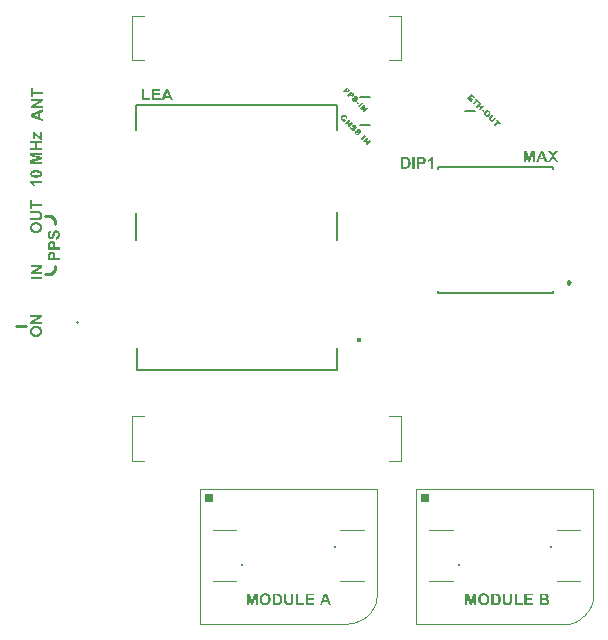
<source format=gto>
G04*
G04 #@! TF.GenerationSoftware,Altium Limited,Altium Designer,21.6.4 (81)*
G04*
G04 Layer_Color=65535*
%FSLAX44Y44*%
%MOMM*%
G71*
G04*
G04 #@! TF.SameCoordinates,A89D6834-54D7-4776-B7DF-034E92FDE38D*
G04*
G04*
G04 #@! TF.FilePolarity,Positive*
G04*
G01*
G75*
%ADD10C,0.2500*%
%ADD11C,0.2540*%
%ADD12C,0.3800*%
%ADD13C,0.1016*%
%ADD14C,0.2000*%
%ADD15C,0.1524*%
%ADD16C,0.1600*%
%ADD17C,0.1200*%
%ADD18C,0.1200*%
%ADD19C,0.1000*%
%ADD20R,0.7620X0.7620*%
G36*
X59817Y133909D02*
X53388Y129948D01*
X59817D01*
Y128130D01*
X50061D01*
Y130033D01*
X56631Y134065D01*
X50061D01*
Y135883D01*
X59817D01*
Y133909D01*
D02*
G37*
G36*
X55179Y126565D02*
X55348D01*
X55545Y126537D01*
X55771Y126509D01*
X56039Y126466D01*
X56307Y126424D01*
X56603Y126353D01*
X56913Y126269D01*
X57223Y126156D01*
X57533Y126029D01*
X57829Y125888D01*
X58125Y125705D01*
X58407Y125508D01*
X58675Y125282D01*
X58689Y125268D01*
X58731Y125226D01*
X58802Y125155D01*
X58886Y125042D01*
X58985Y124916D01*
X59098Y124761D01*
X59210Y124577D01*
X59337Y124380D01*
X59464Y124140D01*
X59577Y123886D01*
X59690Y123604D01*
X59788Y123294D01*
X59873Y122970D01*
X59943Y122618D01*
X59986Y122251D01*
X60000Y121856D01*
Y121758D01*
X59986Y121645D01*
X59972Y121504D01*
X59958Y121321D01*
X59929Y121109D01*
X59887Y120870D01*
X59831Y120616D01*
X59760Y120334D01*
X59676Y120066D01*
X59563Y119770D01*
X59436Y119488D01*
X59295Y119192D01*
X59112Y118924D01*
X58914Y118657D01*
X58675Y118403D01*
X58661Y118389D01*
X58618Y118346D01*
X58534Y118290D01*
X58435Y118205D01*
X58294Y118107D01*
X58125Y117994D01*
X57942Y117881D01*
X57716Y117768D01*
X57477Y117641D01*
X57195Y117529D01*
X56898Y117416D01*
X56574Y117317D01*
X56222Y117233D01*
X55841Y117176D01*
X55433Y117134D01*
X55009Y117120D01*
X54995D01*
X54939D01*
X54869D01*
X54756Y117134D01*
X54629D01*
X54488Y117148D01*
X54319Y117162D01*
X54135Y117176D01*
X53741Y117233D01*
X53318Y117303D01*
X52895Y117416D01*
X52500Y117557D01*
X52486D01*
X52472Y117571D01*
X52430Y117599D01*
X52373Y117613D01*
X52232Y117698D01*
X52049Y117797D01*
X51838Y117923D01*
X51626Y118078D01*
X51387Y118262D01*
X51161Y118459D01*
X51147Y118473D01*
X51133Y118487D01*
X51062Y118558D01*
X50950Y118685D01*
X50823Y118840D01*
X50682Y119023D01*
X50527Y119235D01*
X50386Y119474D01*
X50273Y119728D01*
Y119742D01*
X50259Y119770D01*
X50231Y119826D01*
X50217Y119897D01*
X50174Y119982D01*
X50146Y120080D01*
X50118Y120207D01*
X50076Y120334D01*
X50005Y120644D01*
X49935Y120997D01*
X49892Y121405D01*
X49878Y121828D01*
Y121927D01*
X49892Y122040D01*
Y122181D01*
X49921Y122364D01*
X49949Y122575D01*
X49991Y122815D01*
X50047Y123069D01*
X50118Y123337D01*
X50202Y123619D01*
X50315Y123901D01*
X50442Y124197D01*
X50597Y124479D01*
X50780Y124761D01*
X50992Y125028D01*
X51231Y125282D01*
X51246Y125296D01*
X51288Y125338D01*
X51372Y125409D01*
X51471Y125479D01*
X51612Y125578D01*
X51781Y125691D01*
X51979Y125804D01*
X52204Y125931D01*
X52444Y126057D01*
X52726Y126170D01*
X53036Y126283D01*
X53360Y126382D01*
X53727Y126466D01*
X54107Y126523D01*
X54516Y126565D01*
X54953Y126579D01*
X54981D01*
X55052D01*
X55179Y126565D01*
D02*
G37*
G36*
X315581Y305238D02*
X315813Y305231D01*
X316066Y305191D01*
X316325Y305118D01*
X316332Y305112D01*
X316352Y305105D01*
X316385Y305098D01*
X316418Y305078D01*
X316471Y305052D01*
X316538Y305025D01*
X316604Y304985D01*
X316684Y304946D01*
X316764Y304892D01*
X316857Y304826D01*
X316956Y304766D01*
X317056Y304693D01*
X317169Y304607D01*
X317275Y304513D01*
X317508Y304294D01*
X317661Y304141D01*
X317707Y304082D01*
X317834Y303942D01*
X317966Y303783D01*
X318099Y303610D01*
X318212Y303444D01*
X318259Y303357D01*
X318299Y303277D01*
X318305Y303271D01*
Y303258D01*
X318332Y303204D01*
X318359Y303125D01*
X318392Y303025D01*
X318425Y302899D01*
X318452Y302752D01*
X318458Y302600D01*
Y302440D01*
X318452Y302420D01*
Y302367D01*
X318432Y302281D01*
X318412Y302168D01*
X318379Y302041D01*
X318332Y301889D01*
X318265Y301729D01*
X318179Y301563D01*
X316903Y302453D01*
X316910Y302460D01*
X316923Y302500D01*
X316943Y302560D01*
X316970Y302626D01*
X316983Y302706D01*
X316996Y302799D01*
X316990Y302899D01*
X316983Y302998D01*
Y303012D01*
X316976Y303045D01*
X316950Y303098D01*
X316930Y303171D01*
X316890Y303251D01*
X316837Y303331D01*
X316770Y303424D01*
X316684Y303523D01*
X316651Y303557D01*
X316618Y303577D01*
X316544Y303636D01*
X316438Y303703D01*
X316318Y303769D01*
X316172Y303822D01*
X316006Y303856D01*
X315833D01*
X315813Y303849D01*
X315754Y303842D01*
X315654Y303809D01*
X315528Y303763D01*
X315368Y303696D01*
X315288Y303643D01*
X315195Y303590D01*
X315102Y303523D01*
X315003Y303450D01*
X314903Y303364D01*
X314803Y303264D01*
X314797Y303258D01*
X314777Y303238D01*
X314750Y303211D01*
X314717Y303165D01*
X314664Y303111D01*
X314617Y303051D01*
X314504Y302912D01*
X314391Y302746D01*
X314292Y302566D01*
X314212Y302380D01*
X314192Y302294D01*
X314179Y302201D01*
Y302174D01*
Y302121D01*
X314192Y302028D01*
X314219Y301908D01*
X314258Y301776D01*
X314325Y301629D01*
X314424Y301477D01*
X314551Y301324D01*
X314617Y301257D01*
X314670Y301217D01*
X314737Y301164D01*
X314803Y301111D01*
X314963Y301018D01*
X314969Y301011D01*
X315009Y300998D01*
X315056Y300978D01*
X315122Y300952D01*
X315202Y300912D01*
X315302Y300879D01*
X315421Y300839D01*
X315548Y300805D01*
X315893Y301151D01*
X315135Y301908D01*
X315893Y302666D01*
X317634Y300925D01*
X316079Y299370D01*
X316066D01*
X316046Y299377D01*
X315999Y299383D01*
X315940Y299403D01*
X315873Y299417D01*
X315787Y299436D01*
X315594Y299483D01*
X315381Y299549D01*
X315149Y299622D01*
X314923Y299702D01*
X314723Y299795D01*
X314717Y299802D01*
X314697Y299809D01*
X314670Y299822D01*
X314637Y299842D01*
X314591Y299875D01*
X314538Y299902D01*
X314478Y299948D01*
X314411Y299988D01*
X314258Y300101D01*
X314079Y300240D01*
X313893Y300400D01*
X313694Y300586D01*
X313634Y300646D01*
X313594Y300699D01*
X313534Y300759D01*
X313481Y300825D01*
X313414Y300905D01*
X313341Y300991D01*
X313202Y301184D01*
X313062Y301404D01*
X312943Y301629D01*
X312850Y301869D01*
X312843Y301875D01*
Y301902D01*
X312836Y301935D01*
X312823Y301975D01*
X312803Y302101D01*
X312783Y302267D01*
X312770Y302453D01*
X312776Y302673D01*
X312810Y302905D01*
X312869Y303151D01*
X312876Y303158D01*
X312883Y303178D01*
X312896Y303218D01*
X312916Y303264D01*
X312936Y303324D01*
X312969Y303384D01*
X313009Y303464D01*
X313055Y303550D01*
X313095Y303643D01*
X313155Y303743D01*
X313295Y303949D01*
X313461Y304168D01*
X313660Y304381D01*
X313667Y304387D01*
X313687Y304407D01*
X313720Y304440D01*
X313767Y304474D01*
X313820Y304527D01*
X313886Y304580D01*
X313959Y304640D01*
X314046Y304700D01*
X314232Y304832D01*
X314451Y304959D01*
X314684Y305072D01*
X314936Y305165D01*
X314943Y305171D01*
X314969D01*
X315003Y305178D01*
X315056Y305191D01*
X315189Y305218D01*
X315368Y305238D01*
X315581D01*
D02*
G37*
G36*
X324120Y297017D02*
X324273Y296998D01*
X324432Y296958D01*
X324605Y296905D01*
X324612Y296898D01*
X324625D01*
X324652Y296885D01*
X324685Y296865D01*
X324731Y296845D01*
X324785Y296818D01*
X324845Y296785D01*
X324911Y296745D01*
X324984Y296698D01*
X325070Y296639D01*
X325250Y296513D01*
X325443Y296346D01*
X325648Y296154D01*
X325715Y296087D01*
X325755Y296034D01*
X325815Y295974D01*
X325874Y295901D01*
X325941Y295821D01*
X326007Y295728D01*
X326147Y295522D01*
X326280Y295296D01*
X326380Y295064D01*
X326419Y294944D01*
X326446Y294825D01*
X326453Y294818D01*
X326446Y294798D01*
X326459Y294718D01*
X326453Y294592D01*
X326439Y294433D01*
X326426Y294339D01*
X326399Y294246D01*
X326366Y294133D01*
X326326Y294027D01*
X326280Y293914D01*
X326220Y293801D01*
X326140Y293682D01*
X326061Y293562D01*
X324938Y294565D01*
X324951Y294579D01*
X324971Y294612D01*
X325004Y294672D01*
X325037Y294745D01*
X325064Y294825D01*
X325097Y294911D01*
X325117Y295011D01*
Y295104D01*
Y295117D01*
X325110Y295150D01*
X325097Y295190D01*
X325084Y295257D01*
X325051Y295330D01*
X324997Y295409D01*
X324938Y295496D01*
X324858Y295589D01*
X324824Y295622D01*
X324785Y295649D01*
X324731Y295688D01*
X324612Y295768D01*
X324539Y295788D01*
X324472Y295801D01*
X324459D01*
X324446D01*
X324373Y295795D01*
X324273Y295762D01*
X324226Y295728D01*
X324180Y295695D01*
X324173Y295688D01*
X324167Y295682D01*
X324140Y295629D01*
X324107Y295555D01*
X324100Y295509D01*
Y295456D01*
X324107Y295449D01*
Y295423D01*
X324114Y295389D01*
X324133Y295330D01*
X324160Y295263D01*
X324207Y295177D01*
X324260Y295070D01*
X324339Y294951D01*
X324346Y294944D01*
X324366Y294911D01*
X324399Y294864D01*
X324432Y294805D01*
X324479Y294732D01*
X324532Y294639D01*
X324592Y294539D01*
X324652Y294439D01*
X324778Y294220D01*
X324898Y293981D01*
X324997Y293761D01*
X325044Y293662D01*
X325077Y293562D01*
X325084Y293555D01*
Y293542D01*
X325104Y293482D01*
X325124Y293396D01*
X325150Y293276D01*
X325163Y293143D01*
X325177Y292997D01*
X325170Y292844D01*
X325144Y292698D01*
X325137Y292678D01*
X325124Y292638D01*
X325097Y292558D01*
X325057Y292465D01*
X325004Y292359D01*
X324944Y292246D01*
X324851Y292127D01*
X324751Y292013D01*
X324745Y292007D01*
X324738Y292000D01*
X324718Y291980D01*
X324692Y291954D01*
X324612Y291901D01*
X324512Y291828D01*
X324393Y291748D01*
X324240Y291675D01*
X324080Y291608D01*
X323901Y291562D01*
X323881Y291555D01*
X323821Y291548D01*
X323721Y291542D01*
X323595Y291535D01*
X323442Y291542D01*
X323276Y291562D01*
X323103Y291602D01*
X322911Y291661D01*
X322904Y291668D01*
X322891D01*
X322864Y291681D01*
X322831Y291701D01*
X322784Y291721D01*
X322725Y291754D01*
X322665Y291788D01*
X322598Y291828D01*
X322445Y291927D01*
X322266Y292053D01*
X322087Y292206D01*
X321887Y292392D01*
X321801Y292479D01*
X321741Y292552D01*
X321675Y292631D01*
X321595Y292725D01*
X321508Y292824D01*
X321422Y292950D01*
X321249Y293203D01*
X321096Y293475D01*
X321037Y293615D01*
X320997Y293761D01*
X320964Y293901D01*
X320950Y294034D01*
Y294047D01*
X320957Y294067D01*
Y294107D01*
X320964Y294153D01*
X320970Y294213D01*
X320977Y294286D01*
X320997Y294373D01*
X321017Y294459D01*
X321077Y294665D01*
X321170Y294891D01*
X321296Y295110D01*
X321376Y295230D01*
X321462Y295343D01*
X322605Y294346D01*
X322592Y294333D01*
X322565Y294293D01*
X322525Y294240D01*
X322492Y294167D01*
X322399Y293994D01*
X322366Y293894D01*
X322346Y293808D01*
Y293794D01*
Y293741D01*
X322352Y293668D01*
X322366Y293575D01*
X322392Y293456D01*
X322445Y293336D01*
X322519Y293210D01*
X322625Y293090D01*
X322665Y293050D01*
X322711Y293017D01*
X322778Y292964D01*
X322851Y292917D01*
X322931Y292877D01*
X323017Y292844D01*
X323103Y292824D01*
X323117D01*
X323143D01*
X323190Y292831D01*
X323243D01*
X323309Y292844D01*
X323376Y292871D01*
X323442Y292911D01*
X323502Y292957D01*
X323509Y292964D01*
X323529Y292984D01*
X323549Y293017D01*
X323575Y293057D01*
X323595Y293117D01*
X323615Y293176D01*
X323628Y293256D01*
Y293336D01*
Y293349D01*
X323622Y293382D01*
X323602Y293442D01*
X323575Y293522D01*
X323529Y293635D01*
X323469Y293775D01*
X323429Y293854D01*
X323376Y293934D01*
X323323Y294027D01*
X323263Y294127D01*
X323256Y294133D01*
X323236Y294167D01*
X323210Y294220D01*
X323170Y294273D01*
X323130Y294353D01*
X323077Y294446D01*
X323024Y294539D01*
X322970Y294645D01*
X322858Y294891D01*
X322758Y295137D01*
X322685Y295383D01*
X322658Y295502D01*
X322645Y295622D01*
X322651Y295629D01*
X322645Y295649D01*
Y295715D01*
X322651Y295828D01*
X322685Y295968D01*
X322725Y296127D01*
X322791Y296300D01*
X322891Y296466D01*
X322957Y296546D01*
X323030Y296632D01*
X323037Y296639D01*
X323044Y296645D01*
X323077Y296679D01*
X323143Y296732D01*
X323223Y296785D01*
X323323Y296845D01*
X323442Y296911D01*
X323575Y296964D01*
X323721Y297004D01*
X323741Y297011D01*
X323795D01*
X323881Y297017D01*
X323994Y297024D01*
X324120Y297017D01*
D02*
G37*
G36*
X320910Y300772D02*
X320272Y297370D01*
X322293Y299390D01*
X323356Y298327D01*
X319714Y294685D01*
X318651Y295748D01*
X319289Y299124D01*
X317282Y297117D01*
X316225Y298174D01*
X319867Y301815D01*
X320910Y300772D01*
D02*
G37*
G36*
X327795Y293343D02*
X327948Y293323D01*
X328107Y293283D01*
X328280Y293230D01*
X328287Y293223D01*
X328300D01*
X328327Y293210D01*
X328360Y293190D01*
X328406Y293170D01*
X328460Y293143D01*
X328519Y293110D01*
X328586Y293070D01*
X328659Y293024D01*
X328745Y292964D01*
X328925Y292838D01*
X329118Y292671D01*
X329323Y292479D01*
X329390Y292412D01*
X329430Y292359D01*
X329490Y292299D01*
X329549Y292226D01*
X329616Y292146D01*
X329682Y292053D01*
X329822Y291847D01*
X329955Y291621D01*
X330054Y291389D01*
X330094Y291269D01*
X330121Y291150D01*
X330127Y291143D01*
X330121Y291123D01*
X330134Y291043D01*
X330127Y290917D01*
X330114Y290758D01*
X330101Y290665D01*
X330074Y290571D01*
X330041Y290459D01*
X330001Y290352D01*
X329955Y290239D01*
X329895Y290126D01*
X329815Y290007D01*
X329735Y289887D01*
X328612Y290891D01*
X328626Y290904D01*
X328646Y290937D01*
X328679Y290997D01*
X328712Y291070D01*
X328739Y291150D01*
X328772Y291236D01*
X328792Y291336D01*
Y291429D01*
Y291442D01*
X328785Y291475D01*
X328772Y291515D01*
X328759Y291582D01*
X328725Y291655D01*
X328672Y291734D01*
X328612Y291821D01*
X328533Y291914D01*
X328499Y291947D01*
X328460Y291974D01*
X328406Y292013D01*
X328287Y292093D01*
X328214Y292113D01*
X328147Y292127D01*
X328134D01*
X328121D01*
X328047Y292120D01*
X327948Y292087D01*
X327901Y292053D01*
X327855Y292020D01*
X327848Y292013D01*
X327841Y292007D01*
X327815Y291954D01*
X327782Y291881D01*
X327775Y291834D01*
Y291781D01*
X327782Y291774D01*
Y291748D01*
X327788Y291714D01*
X327808Y291655D01*
X327835Y291588D01*
X327881Y291502D01*
X327935Y291395D01*
X328014Y291276D01*
X328021Y291269D01*
X328041Y291236D01*
X328074Y291189D01*
X328107Y291130D01*
X328154Y291057D01*
X328207Y290964D01*
X328267Y290864D01*
X328327Y290764D01*
X328453Y290545D01*
X328573Y290306D01*
X328672Y290086D01*
X328719Y289987D01*
X328752Y289887D01*
X328759Y289880D01*
Y289867D01*
X328778Y289807D01*
X328798Y289721D01*
X328825Y289601D01*
X328838Y289468D01*
X328852Y289322D01*
X328845Y289169D01*
X328818Y289023D01*
X328812Y289003D01*
X328798Y288963D01*
X328772Y288883D01*
X328732Y288790D01*
X328679Y288684D01*
X328619Y288571D01*
X328526Y288452D01*
X328426Y288339D01*
X328420Y288332D01*
X328413Y288325D01*
X328393Y288305D01*
X328367Y288279D01*
X328287Y288226D01*
X328187Y288153D01*
X328068Y288073D01*
X327915Y288000D01*
X327755Y287933D01*
X327576Y287887D01*
X327556Y287880D01*
X327496Y287873D01*
X327396Y287867D01*
X327270Y287860D01*
X327117Y287867D01*
X326951Y287887D01*
X326778Y287927D01*
X326586Y287986D01*
X326579Y287993D01*
X326566D01*
X326539Y288006D01*
X326506Y288026D01*
X326459Y288046D01*
X326399Y288079D01*
X326340Y288113D01*
X326273Y288153D01*
X326120Y288252D01*
X325941Y288379D01*
X325761Y288531D01*
X325562Y288717D01*
X325476Y288804D01*
X325416Y288877D01*
X325350Y288957D01*
X325270Y289050D01*
X325183Y289149D01*
X325097Y289276D01*
X324924Y289528D01*
X324771Y289801D01*
X324711Y289940D01*
X324672Y290086D01*
X324638Y290226D01*
X324625Y290359D01*
Y290372D01*
X324632Y290392D01*
Y290432D01*
X324638Y290478D01*
X324645Y290538D01*
X324652Y290611D01*
X324672Y290698D01*
X324692Y290784D01*
X324751Y290990D01*
X324845Y291216D01*
X324971Y291435D01*
X325051Y291555D01*
X325137Y291668D01*
X326280Y290671D01*
X326267Y290658D01*
X326240Y290618D01*
X326200Y290565D01*
X326167Y290492D01*
X326074Y290319D01*
X326041Y290219D01*
X326021Y290133D01*
Y290120D01*
Y290066D01*
X326027Y289993D01*
X326041Y289900D01*
X326067Y289781D01*
X326120Y289661D01*
X326194Y289535D01*
X326300Y289415D01*
X326340Y289375D01*
X326386Y289342D01*
X326453Y289289D01*
X326526Y289242D01*
X326605Y289202D01*
X326692Y289169D01*
X326778Y289149D01*
X326791D01*
X326818D01*
X326865Y289156D01*
X326918D01*
X326984Y289169D01*
X327051Y289196D01*
X327117Y289236D01*
X327177Y289282D01*
X327184Y289289D01*
X327204Y289309D01*
X327224Y289342D01*
X327250Y289382D01*
X327270Y289442D01*
X327290Y289502D01*
X327303Y289581D01*
Y289661D01*
Y289674D01*
X327297Y289708D01*
X327277Y289767D01*
X327250Y289847D01*
X327204Y289960D01*
X327144Y290100D01*
X327104Y290179D01*
X327051Y290259D01*
X326998Y290352D01*
X326938Y290452D01*
X326931Y290459D01*
X326911Y290492D01*
X326885Y290545D01*
X326845Y290598D01*
X326805Y290678D01*
X326752Y290771D01*
X326698Y290864D01*
X326645Y290970D01*
X326532Y291216D01*
X326433Y291462D01*
X326360Y291708D01*
X326333Y291828D01*
X326320Y291947D01*
X326326Y291954D01*
X326320Y291974D01*
Y292040D01*
X326326Y292153D01*
X326360Y292293D01*
X326399Y292452D01*
X326466Y292625D01*
X326566Y292791D01*
X326632Y292871D01*
X326705Y292957D01*
X326712Y292964D01*
X326718Y292971D01*
X326752Y293004D01*
X326818Y293057D01*
X326898Y293110D01*
X326998Y293170D01*
X327117Y293236D01*
X327250Y293290D01*
X327396Y293329D01*
X327416Y293336D01*
X327469D01*
X327556Y293343D01*
X327669Y293349D01*
X327795Y293343D01*
D02*
G37*
G36*
X334321Y287362D02*
X330679Y283720D01*
X329549Y284850D01*
X333191Y288491D01*
X334321Y287362D01*
D02*
G37*
G36*
X336175Y285508D02*
X335537Y282105D01*
X337557Y284125D01*
X338620Y283062D01*
X334979Y279421D01*
X333915Y280484D01*
X334553Y283860D01*
X332547Y281853D01*
X331490Y282909D01*
X335131Y286551D01*
X336175Y285508D01*
D02*
G37*
G36*
X426718Y320163D02*
X425940Y319385D01*
X424053Y321272D01*
X423475Y320694D01*
X425222Y318947D01*
X424478Y318202D01*
X422730Y319950D01*
X422013Y319232D01*
X423953Y317292D01*
X423129Y316468D01*
X420059Y319538D01*
X423701Y323180D01*
X426718Y320163D01*
D02*
G37*
G36*
X430539Y316342D02*
X429642Y315444D01*
X428492Y316594D01*
X425747Y313850D01*
X424624Y314973D01*
X427369Y317717D01*
X426219Y318867D01*
X427116Y319764D01*
X430539Y316342D01*
D02*
G37*
G36*
X432180Y314700D02*
X430911Y313431D01*
X432147Y312195D01*
X433416Y313464D01*
X434546Y312334D01*
X430904Y308693D01*
X429775Y309822D01*
X431250Y311298D01*
X430014Y312534D01*
X428538Y311059D01*
X427415Y312181D01*
X431057Y315823D01*
X432180Y314700D01*
D02*
G37*
G36*
X434579Y308460D02*
X433795Y307676D01*
X432326Y309145D01*
X433111Y309929D01*
X434579Y308460D01*
D02*
G37*
G36*
X436912Y309105D02*
X436945Y309098D01*
X436998D01*
X437071Y309091D01*
X437158Y309072D01*
X437264Y309058D01*
X437383Y309032D01*
X437510Y308998D01*
X437649Y308952D01*
X437795Y308885D01*
X437955Y308819D01*
X438114Y308726D01*
X438281Y308626D01*
X438453Y308507D01*
X438619Y308367D01*
X438786Y308214D01*
X438872Y308128D01*
X438925Y308061D01*
X438998Y307975D01*
X439071Y307875D01*
X439158Y307762D01*
X439238Y307643D01*
X439324Y307503D01*
X439404Y307357D01*
X439483Y307197D01*
X439550Y307038D01*
X439603Y306865D01*
X439650Y306686D01*
X439676Y306513D01*
X439689Y306327D01*
Y306314D01*
Y306287D01*
X439683Y306227D01*
Y306161D01*
X439663Y306074D01*
X439650Y305968D01*
X439623Y305849D01*
X439590Y305722D01*
X439543Y305583D01*
X439483Y305443D01*
X439417Y305284D01*
X439330Y305131D01*
X439231Y304965D01*
X439118Y304799D01*
X438978Y304632D01*
X438825Y304466D01*
X438819Y304460D01*
X438799Y304440D01*
X438766Y304406D01*
X438719Y304360D01*
X438659Y304313D01*
X438586Y304254D01*
X438513Y304194D01*
X438427Y304121D01*
X438234Y303981D01*
X438021Y303848D01*
X437795Y303729D01*
X437556Y303636D01*
X437550Y303629D01*
X437530Y303622D01*
X437496Y303616D01*
X437450Y303609D01*
X437330Y303582D01*
X437164Y303563D01*
X436978Y303549D01*
X436765D01*
X436546Y303569D01*
X436307Y303622D01*
X436300Y303629D01*
X436280Y303636D01*
X436247Y303642D01*
X436201Y303662D01*
X436141Y303682D01*
X436074Y303709D01*
X436001Y303742D01*
X435915Y303788D01*
X435822Y303842D01*
X435729Y303895D01*
X435516Y304028D01*
X435290Y304200D01*
X435064Y304413D01*
X434964Y304513D01*
X434918Y304573D01*
X434865Y304639D01*
X434798Y304706D01*
X434732Y304799D01*
X434592Y304978D01*
X434459Y305177D01*
X434333Y305397D01*
X434240Y305623D01*
X434234Y305629D01*
X434227Y305649D01*
X434220Y305682D01*
X434214Y305729D01*
X434187Y305849D01*
X434160Y306008D01*
X434134Y306194D01*
X434141Y306413D01*
X434154Y306653D01*
X434200Y306898D01*
X434207Y306905D01*
Y306932D01*
X434227Y306965D01*
X434240Y307018D01*
X434260Y307078D01*
X434287Y307144D01*
X434327Y307224D01*
X434373Y307311D01*
X434420Y307410D01*
X434479Y307510D01*
X434546Y307616D01*
X434626Y307736D01*
X434805Y307968D01*
X435018Y308208D01*
X435031Y308221D01*
X435058Y308248D01*
X435111Y308287D01*
X435171Y308347D01*
X435250Y308414D01*
X435350Y308487D01*
X435463Y308573D01*
X435583Y308653D01*
X435722Y308739D01*
X435868Y308819D01*
X436021Y308892D01*
X436187Y308965D01*
X436360Y309018D01*
X436539Y309065D01*
X436712Y309091D01*
X436898Y309105D01*
X436912D01*
D02*
G37*
G36*
X442348Y304533D02*
X440128Y302313D01*
X440115Y302300D01*
X440081Y302267D01*
X440028Y302200D01*
X439975Y302120D01*
X439922Y302027D01*
X439875Y301928D01*
X439836Y301808D01*
X439822Y301688D01*
Y301675D01*
X439829Y301629D01*
X439836Y301569D01*
X439862Y301489D01*
X439895Y301389D01*
X439949Y301283D01*
X440022Y301170D01*
X440121Y301057D01*
X440168Y301011D01*
X440228Y300964D01*
X440307Y300911D01*
X440401Y300858D01*
X440507Y300805D01*
X440620Y300771D01*
X440739Y300758D01*
X440753D01*
X440799Y300765D01*
X440859Y300771D01*
X440945Y300791D01*
X441038Y300831D01*
X441151Y300891D01*
X441264Y300964D01*
X441377Y301064D01*
X443597Y303283D01*
X444720Y302160D01*
X442547Y299987D01*
X442540Y299981D01*
X442534Y299974D01*
X442494Y299934D01*
X442427Y299881D01*
X442341Y299808D01*
X442228Y299721D01*
X442108Y299642D01*
X441975Y299562D01*
X441829Y299482D01*
X441809Y299476D01*
X441763Y299456D01*
X441690Y299422D01*
X441583Y299396D01*
X441464Y299356D01*
X441317Y299329D01*
X441171Y299303D01*
X441012D01*
X440998D01*
X440939Y299309D01*
X440859D01*
X440759Y299316D01*
X440646Y299336D01*
X440520Y299369D01*
X440394Y299402D01*
X440267Y299449D01*
X440261Y299456D01*
X440248D01*
X440221Y299469D01*
X440188Y299489D01*
X440101Y299535D01*
X439982Y299615D01*
X439849Y299708D01*
X439696Y299821D01*
X439530Y299961D01*
X439357Y300120D01*
X439258Y300220D01*
X439191Y300300D01*
X439105Y300386D01*
X439018Y300499D01*
X438918Y300612D01*
X438812Y300745D01*
X438799Y300758D01*
X438766Y300805D01*
X438713Y300871D01*
X438666Y300958D01*
X438593Y301057D01*
X438533Y301170D01*
X438480Y301290D01*
X438427Y301409D01*
Y301423D01*
X438414Y301462D01*
X438400Y301529D01*
X438380Y301615D01*
X438367Y301722D01*
X438354Y301841D01*
X438347Y301968D01*
X438354Y302107D01*
Y302120D01*
X438360Y302167D01*
X438374Y302247D01*
X438394Y302333D01*
X438414Y302433D01*
X438447Y302546D01*
X438487Y302665D01*
X438540Y302772D01*
X438546Y302778D01*
Y302792D01*
X438566Y302812D01*
X438586Y302845D01*
X438633Y302931D01*
X438699Y303024D01*
X438772Y303137D01*
X438859Y303263D01*
X438958Y303376D01*
X439051Y303483D01*
X441225Y305656D01*
X442348Y304533D01*
D02*
G37*
G36*
X448627Y298253D02*
X447730Y297356D01*
X446581Y298505D01*
X443836Y295761D01*
X442713Y296884D01*
X445458Y299628D01*
X444308Y300778D01*
X445205Y301675D01*
X448627Y298253D01*
D02*
G37*
G36*
X319983Y327148D02*
X320016Y327102D01*
X320069Y327049D01*
X320122Y326982D01*
X320235Y326829D01*
X320341Y326643D01*
X320441Y326437D01*
X320521Y326225D01*
X320541Y326112D01*
X320547Y325999D01*
X320554Y325992D01*
X320547Y325972D01*
X320541Y325939D01*
Y325899D01*
X320527Y325779D01*
X320488Y325633D01*
X320421Y325460D01*
X320335Y325268D01*
X320202Y325068D01*
X320129Y324969D01*
X320029Y324869D01*
X320022Y324862D01*
X320003Y324842D01*
X319976Y324816D01*
X319929Y324782D01*
X319883Y324736D01*
X319816Y324696D01*
X319677Y324596D01*
X319498Y324497D01*
X319291Y324410D01*
X319179Y324377D01*
X319072Y324351D01*
X318953Y324337D01*
X318833D01*
X318826Y324344D01*
X318806Y324337D01*
X318773Y324344D01*
X318727Y324351D01*
X318660Y324364D01*
X318594Y324377D01*
X318514Y324404D01*
X318428Y324437D01*
X318335Y324477D01*
X318235Y324523D01*
X318122Y324583D01*
X318002Y324650D01*
X317883Y324729D01*
X317763Y324822D01*
X317643Y324929D01*
X317511Y325048D01*
X316899Y325660D01*
X315543Y324304D01*
X314414Y325434D01*
X318055Y329076D01*
X319983Y327148D01*
D02*
G37*
G36*
X325432Y321154D02*
X325585Y321134D01*
X325744Y321094D01*
X325917Y321041D01*
X325924Y321035D01*
X325937D01*
X325963Y321021D01*
X325997Y321001D01*
X326043Y320981D01*
X326096Y320955D01*
X326156Y320922D01*
X326223Y320882D01*
X326296Y320835D01*
X326382Y320775D01*
X326562Y320649D01*
X326754Y320483D01*
X326960Y320290D01*
X327027Y320224D01*
X327067Y320171D01*
X327126Y320111D01*
X327186Y320038D01*
X327253Y319958D01*
X327319Y319865D01*
X327459Y319659D01*
X327592Y319433D01*
X327691Y319200D01*
X327731Y319081D01*
X327758Y318961D01*
X327764Y318955D01*
X327758Y318935D01*
X327771Y318855D01*
X327764Y318729D01*
X327751Y318569D01*
X327738Y318476D01*
X327711Y318383D01*
X327678Y318270D01*
X327638Y318164D01*
X327592Y318051D01*
X327532Y317938D01*
X327452Y317818D01*
X327372Y317699D01*
X326249Y318702D01*
X326262Y318715D01*
X326282Y318748D01*
X326316Y318808D01*
X326349Y318881D01*
X326375Y318961D01*
X326409Y319048D01*
X326429Y319147D01*
Y319240D01*
Y319254D01*
X326422Y319287D01*
X326409Y319327D01*
X326395Y319393D01*
X326362Y319466D01*
X326309Y319546D01*
X326249Y319632D01*
X326169Y319725D01*
X326136Y319759D01*
X326096Y319785D01*
X326043Y319825D01*
X325924Y319905D01*
X325850Y319925D01*
X325784Y319938D01*
X325771D01*
X325757D01*
X325684Y319931D01*
X325585Y319898D01*
X325538Y319865D01*
X325492Y319832D01*
X325485Y319825D01*
X325478Y319818D01*
X325452Y319765D01*
X325419Y319692D01*
X325412Y319646D01*
Y319592D01*
X325419Y319586D01*
Y319559D01*
X325425Y319526D01*
X325445Y319466D01*
X325472Y319400D01*
X325518Y319313D01*
X325571Y319207D01*
X325651Y319087D01*
X325658Y319081D01*
X325678Y319048D01*
X325711Y319001D01*
X325744Y318941D01*
X325791Y318868D01*
X325844Y318775D01*
X325904Y318675D01*
X325963Y318576D01*
X326090Y318356D01*
X326209Y318117D01*
X326309Y317898D01*
X326356Y317798D01*
X326389Y317699D01*
X326395Y317692D01*
Y317679D01*
X326415Y317619D01*
X326435Y317532D01*
X326462Y317413D01*
X326475Y317280D01*
X326488Y317134D01*
X326482Y316981D01*
X326455Y316835D01*
X326449Y316815D01*
X326435Y316775D01*
X326409Y316695D01*
X326369Y316602D01*
X326316Y316496D01*
X326256Y316383D01*
X326163Y316263D01*
X326063Y316150D01*
X326056Y316143D01*
X326050Y316137D01*
X326030Y316117D01*
X326003Y316090D01*
X325924Y316037D01*
X325824Y315964D01*
X325704Y315884D01*
X325551Y315811D01*
X325392Y315745D01*
X325213Y315698D01*
X325192Y315692D01*
X325133Y315685D01*
X325033Y315678D01*
X324907Y315672D01*
X324754Y315678D01*
X324588Y315698D01*
X324415Y315738D01*
X324222Y315798D01*
X324216Y315805D01*
X324202D01*
X324176Y315818D01*
X324143Y315838D01*
X324096Y315858D01*
X324036Y315891D01*
X323976Y315924D01*
X323910Y315964D01*
X323757Y316064D01*
X323578Y316190D01*
X323398Y316343D01*
X323199Y316529D01*
X323112Y316615D01*
X323053Y316688D01*
X322986Y316768D01*
X322906Y316861D01*
X322820Y316961D01*
X322734Y317087D01*
X322561Y317340D01*
X322408Y317612D01*
X322348Y317752D01*
X322308Y317898D01*
X322275Y318037D01*
X322262Y318170D01*
Y318184D01*
X322269Y318204D01*
Y318244D01*
X322275Y318290D01*
X322282Y318350D01*
X322289Y318423D01*
X322308Y318509D01*
X322328Y318596D01*
X322388Y318802D01*
X322481Y319028D01*
X322607Y319247D01*
X322687Y319366D01*
X322774Y319480D01*
X323917Y318483D01*
X323903Y318469D01*
X323877Y318430D01*
X323837Y318376D01*
X323804Y318303D01*
X323711Y318130D01*
X323677Y318031D01*
X323657Y317944D01*
Y317931D01*
Y317878D01*
X323664Y317805D01*
X323677Y317712D01*
X323704Y317592D01*
X323757Y317473D01*
X323830Y317346D01*
X323937Y317227D01*
X323976Y317187D01*
X324023Y317154D01*
X324089Y317101D01*
X324162Y317054D01*
X324242Y317014D01*
X324329Y316981D01*
X324415Y316961D01*
X324428D01*
X324455D01*
X324501Y316968D01*
X324555D01*
X324621Y316981D01*
X324688Y317007D01*
X324754Y317047D01*
X324814Y317094D01*
X324820Y317101D01*
X324840Y317120D01*
X324860Y317154D01*
X324887Y317194D01*
X324907Y317253D01*
X324927Y317313D01*
X324940Y317393D01*
Y317473D01*
Y317486D01*
X324933Y317519D01*
X324913Y317579D01*
X324887Y317659D01*
X324840Y317772D01*
X324781Y317911D01*
X324741Y317991D01*
X324688Y318071D01*
X324634Y318164D01*
X324575Y318263D01*
X324568Y318270D01*
X324548Y318303D01*
X324521Y318356D01*
X324482Y318410D01*
X324442Y318489D01*
X324389Y318582D01*
X324335Y318675D01*
X324282Y318782D01*
X324169Y319028D01*
X324070Y319273D01*
X323996Y319519D01*
X323970Y319639D01*
X323956Y319759D01*
X323963Y319765D01*
X323956Y319785D01*
Y319852D01*
X323963Y319965D01*
X323996Y320104D01*
X324036Y320264D01*
X324103Y320437D01*
X324202Y320603D01*
X324269Y320682D01*
X324342Y320769D01*
X324349Y320775D01*
X324355Y320782D01*
X324389Y320815D01*
X324455Y320868D01*
X324535Y320922D01*
X324634Y320981D01*
X324754Y321048D01*
X324887Y321101D01*
X325033Y321141D01*
X325053Y321147D01*
X325106D01*
X325192Y321154D01*
X325305Y321161D01*
X325432Y321154D01*
D02*
G37*
G36*
X323657Y323473D02*
X323691Y323427D01*
X323744Y323374D01*
X323797Y323307D01*
X323910Y323154D01*
X324016Y322968D01*
X324116Y322762D01*
X324196Y322550D01*
X324216Y322437D01*
X324222Y322324D01*
X324229Y322317D01*
X324222Y322297D01*
X324216Y322264D01*
Y322224D01*
X324202Y322104D01*
X324162Y321958D01*
X324096Y321786D01*
X324010Y321593D01*
X323877Y321393D01*
X323804Y321294D01*
X323704Y321194D01*
X323697Y321187D01*
X323677Y321167D01*
X323651Y321141D01*
X323604Y321108D01*
X323558Y321061D01*
X323491Y321021D01*
X323352Y320922D01*
X323172Y320822D01*
X322966Y320736D01*
X322853Y320702D01*
X322747Y320676D01*
X322627Y320662D01*
X322508D01*
X322501Y320669D01*
X322481Y320662D01*
X322448Y320669D01*
X322402Y320676D01*
X322335Y320689D01*
X322269Y320702D01*
X322189Y320729D01*
X322102Y320762D01*
X322009Y320802D01*
X321910Y320849D01*
X321797Y320908D01*
X321677Y320975D01*
X321558Y321054D01*
X321438Y321147D01*
X321318Y321254D01*
X321185Y321373D01*
X320574Y321985D01*
X319218Y320629D01*
X318089Y321759D01*
X321730Y325401D01*
X323657Y323473D01*
D02*
G37*
G36*
X328376Y314914D02*
X327592Y314130D01*
X326123Y315599D01*
X326907Y316383D01*
X328376Y314914D01*
D02*
G37*
G36*
X331958Y315173D02*
X328316Y311532D01*
X327186Y312661D01*
X330828Y316303D01*
X331958Y315173D01*
D02*
G37*
G36*
X333812Y313319D02*
X333174Y309917D01*
X335194Y311937D01*
X336257Y310874D01*
X332615Y307232D01*
X331552Y308295D01*
X332190Y311671D01*
X330183Y309664D01*
X329127Y310721D01*
X332768Y314363D01*
X333812Y313319D01*
D02*
G37*
G36*
X390955Y259689D02*
X389080D01*
Y266752D01*
X389066Y266738D01*
X389038Y266709D01*
X388982Y266667D01*
X388897Y266597D01*
X388798Y266512D01*
X388686Y266427D01*
X388545Y266329D01*
X388390Y266216D01*
X388220Y266103D01*
X388037Y265991D01*
X387840Y265864D01*
X387628Y265751D01*
X387177Y265539D01*
X386670Y265342D01*
Y267034D01*
X386684D01*
X386698Y267048D01*
X386740Y267062D01*
X386797Y267076D01*
X386938Y267146D01*
X387135Y267231D01*
X387375Y267344D01*
X387643Y267499D01*
X387938Y267696D01*
X388249Y267922D01*
X388263Y267936D01*
X388291Y267950D01*
X388333Y267992D01*
X388390Y268049D01*
X388545Y268190D01*
X388714Y268373D01*
X388911Y268598D01*
X389109Y268880D01*
X389292Y269176D01*
X389433Y269501D01*
X390955D01*
Y259689D01*
D02*
G37*
G36*
X381256Y269430D02*
X381623D01*
X382018Y269402D01*
X382412Y269374D01*
X382582Y269360D01*
X382751Y269345D01*
X382892Y269317D01*
X383005Y269289D01*
X383019D01*
X383047Y269275D01*
X383089Y269261D01*
X383145Y269247D01*
X383301Y269176D01*
X383498Y269092D01*
X383709Y268965D01*
X383949Y268796D01*
X384175Y268584D01*
X384400Y268331D01*
Y268316D01*
X384428Y268302D01*
X384457Y268260D01*
X384485Y268204D01*
X384541Y268119D01*
X384583Y268034D01*
X384640Y267936D01*
X384696Y267823D01*
X384795Y267541D01*
X384894Y267231D01*
X384950Y266850D01*
X384978Y266442D01*
Y266427D01*
Y266399D01*
Y266357D01*
Y266287D01*
X384964Y266216D01*
Y266117D01*
X384936Y265920D01*
X384894Y265680D01*
X384837Y265413D01*
X384753Y265159D01*
X384640Y264919D01*
X384626Y264891D01*
X384583Y264820D01*
X384513Y264708D01*
X384414Y264567D01*
X384301Y264426D01*
X384146Y264256D01*
X383991Y264102D01*
X383808Y263960D01*
X383780Y263946D01*
X383723Y263904D01*
X383625Y263848D01*
X383498Y263777D01*
X383343Y263693D01*
X383174Y263622D01*
X382990Y263552D01*
X382793Y263495D01*
X382765D01*
X382723Y263481D01*
X382666D01*
X382596Y263467D01*
X382497Y263453D01*
X382398Y263439D01*
X382271D01*
X382145Y263425D01*
X381990Y263411D01*
X381820Y263397D01*
X381637Y263382D01*
X381440D01*
X381228Y263368D01*
X379480D01*
Y259689D01*
X377507D01*
Y269444D01*
X381101D01*
X381256Y269430D01*
D02*
G37*
G36*
X375618Y259689D02*
X373644D01*
Y269444D01*
X375618D01*
Y259689D01*
D02*
G37*
G36*
X367878Y269430D02*
X368146Y269416D01*
X368442Y269402D01*
X368753Y269360D01*
X369049Y269317D01*
X369316Y269247D01*
X369330D01*
X369359Y269233D01*
X369401Y269219D01*
X369457Y269205D01*
X369627Y269134D01*
X369824Y269035D01*
X370049Y268909D01*
X370303Y268754D01*
X370543Y268570D01*
X370783Y268345D01*
X370797D01*
X370811Y268316D01*
X370881Y268232D01*
X370994Y268091D01*
X371121Y267908D01*
X371276Y267682D01*
X371431Y267414D01*
X371586Y267104D01*
X371713Y266766D01*
Y266752D01*
X371727Y266723D01*
X371741Y266667D01*
X371769Y266597D01*
X371783Y266512D01*
X371811Y266399D01*
X371840Y266272D01*
X371882Y266131D01*
X371910Y265976D01*
X371938Y265793D01*
X371967Y265610D01*
X371981Y265398D01*
X372023Y264961D01*
X372037Y264468D01*
Y264454D01*
Y264412D01*
Y264355D01*
Y264271D01*
X372023Y264158D01*
Y264045D01*
X372009Y263904D01*
X371995Y263749D01*
X371967Y263425D01*
X371910Y263086D01*
X371826Y262734D01*
X371727Y262396D01*
Y262382D01*
X371713Y262353D01*
X371685Y262297D01*
X371656Y262213D01*
X371628Y262128D01*
X371572Y262029D01*
X371459Y261775D01*
X371318Y261508D01*
X371135Y261212D01*
X370923Y260930D01*
X370684Y260662D01*
X370656Y260634D01*
X370585Y260577D01*
X370472Y260493D01*
X370317Y260380D01*
X370120Y260253D01*
X369894Y260126D01*
X369612Y259999D01*
X369302Y259886D01*
X369288D01*
X369274Y259872D01*
X369232D01*
X369189Y259858D01*
X369034Y259830D01*
X368837Y259788D01*
X368597Y259746D01*
X368301Y259717D01*
X367949Y259703D01*
X367568Y259689D01*
X363875D01*
Y269444D01*
X367766D01*
X367878Y269430D01*
D02*
G37*
G36*
X493819Y270310D02*
X497174Y265236D01*
X494806D01*
X492649Y268534D01*
X490478Y265236D01*
X488110D01*
X491479Y270310D01*
X488420Y274991D01*
X490718D01*
X492649Y272073D01*
X494580Y274991D01*
X496878D01*
X493819Y270310D01*
D02*
G37*
G36*
X477269Y265236D02*
X475451D01*
X475437Y272904D01*
X473520Y265236D01*
X471616D01*
X469699Y272904D01*
Y265236D01*
X467881D01*
Y274991D01*
X470827D01*
X472575Y268323D01*
X474309Y274991D01*
X477269D01*
Y265236D01*
D02*
G37*
G36*
X488054D02*
X485925D01*
X485079Y267449D01*
X481160D01*
X480357Y265236D01*
X478270D01*
X482048Y274991D01*
X484135D01*
X488054Y265236D01*
D02*
G37*
G36*
X170901Y317499D02*
X168773D01*
X167927Y319712D01*
X164008D01*
X163204Y317499D01*
X161118D01*
X164896Y327254D01*
X166982D01*
X170901Y317499D01*
D02*
G37*
G36*
X160258Y325605D02*
X155000D01*
Y323448D01*
X159891D01*
Y321799D01*
X155000D01*
Y319148D01*
X160441D01*
Y317499D01*
X153026D01*
Y327254D01*
X160258D01*
Y325605D01*
D02*
G37*
G36*
X146711Y319148D02*
X151616D01*
Y317499D01*
X144737D01*
Y327184D01*
X146711D01*
Y319148D01*
D02*
G37*
G36*
X72263Y207495D02*
X72362Y207481D01*
X72559Y207453D01*
X72813Y207396D01*
X73081Y207312D01*
X73349Y207185D01*
X73631Y207030D01*
X73645D01*
X73659Y207001D01*
X73744Y206945D01*
X73885Y206832D01*
X74040Y206691D01*
X74223Y206508D01*
X74392Y206268D01*
X74561Y206015D01*
X74716Y205704D01*
Y205690D01*
X74730Y205662D01*
X74744Y205620D01*
X74773Y205549D01*
X74801Y205465D01*
X74829Y205366D01*
X74857Y205253D01*
X74885Y205126D01*
X74928Y204972D01*
X74956Y204816D01*
X75012Y204450D01*
X75054Y204041D01*
X75069Y203590D01*
Y203407D01*
X75054Y203280D01*
X75040Y203125D01*
X75026Y202956D01*
X74998Y202758D01*
X74956Y202547D01*
X74857Y202082D01*
X74787Y201842D01*
X74716Y201616D01*
X74618Y201377D01*
X74505Y201151D01*
X74378Y200940D01*
X74223Y200742D01*
X74209Y200728D01*
X74180Y200700D01*
X74138Y200644D01*
X74068Y200587D01*
X73969Y200503D01*
X73856Y200418D01*
X73729Y200319D01*
X73588Y200221D01*
X73419Y200122D01*
X73236Y200023D01*
X73025Y199925D01*
X72799Y199826D01*
X72559Y199756D01*
X72291Y199671D01*
X72010Y199615D01*
X71714Y199572D01*
X71530Y201490D01*
X71544D01*
X71573Y201504D01*
X71629D01*
X71685Y201518D01*
X71855Y201574D01*
X72066Y201645D01*
X72306Y201729D01*
X72545Y201856D01*
X72757Y201997D01*
X72954Y202180D01*
X72968Y202208D01*
X73025Y202279D01*
X73095Y202392D01*
X73180Y202561D01*
X73264Y202772D01*
X73335Y203012D01*
X73391Y203294D01*
X73405Y203618D01*
Y203773D01*
X73377Y203942D01*
X73349Y204154D01*
X73306Y204379D01*
X73236Y204619D01*
X73137Y204845D01*
X73010Y205042D01*
X72996Y205070D01*
X72940Y205126D01*
X72855Y205197D01*
X72743Y205296D01*
X72602Y205380D01*
X72432Y205465D01*
X72263Y205521D01*
X72066Y205535D01*
X72052D01*
X72010D01*
X71939Y205521D01*
X71855Y205507D01*
X71770Y205479D01*
X71671Y205451D01*
X71573Y205394D01*
X71474Y205324D01*
X71460Y205310D01*
X71432Y205282D01*
X71389Y205239D01*
X71333Y205169D01*
X71262Y205070D01*
X71192Y204943D01*
X71121Y204802D01*
X71051Y204619D01*
Y204605D01*
X71023Y204549D01*
X70995Y204450D01*
X70966Y204379D01*
X70952Y204295D01*
X70924Y204196D01*
X70882Y204083D01*
X70854Y203957D01*
X70811Y203815D01*
X70769Y203646D01*
X70727Y203463D01*
X70670Y203266D01*
X70614Y203040D01*
Y203026D01*
X70600Y202970D01*
X70572Y202885D01*
X70543Y202786D01*
X70501Y202660D01*
X70459Y202505D01*
X70402Y202349D01*
X70346Y202166D01*
X70205Y201800D01*
X70036Y201447D01*
X69951Y201264D01*
X69853Y201109D01*
X69754Y200954D01*
X69655Y200827D01*
X69641Y200813D01*
X69613Y200785D01*
X69571Y200742D01*
X69514Y200686D01*
X69430Y200616D01*
X69331Y200545D01*
X69232Y200460D01*
X69106Y200390D01*
X68809Y200221D01*
X68471Y200080D01*
X68288Y200023D01*
X68105Y199981D01*
X67893Y199953D01*
X67682Y199939D01*
X67668D01*
X67654D01*
X67611D01*
X67555D01*
X67414Y199967D01*
X67231Y199995D01*
X67019Y200037D01*
X66780Y200108D01*
X66526Y200207D01*
X66286Y200348D01*
X66272D01*
X66258Y200362D01*
X66173Y200432D01*
X66061Y200517D01*
X65920Y200658D01*
X65765Y200827D01*
X65595Y201038D01*
X65440Y201278D01*
X65299Y201560D01*
Y201574D01*
X65285Y201602D01*
X65271Y201645D01*
X65243Y201701D01*
X65215Y201786D01*
X65187Y201870D01*
X65158Y201983D01*
X65116Y202110D01*
X65060Y202392D01*
X65003Y202716D01*
X64961Y203083D01*
X64947Y203491D01*
Y203661D01*
X64961Y203787D01*
X64975Y203942D01*
X64989Y204126D01*
X65017Y204309D01*
X65046Y204520D01*
X65144Y204972D01*
X65215Y205197D01*
X65285Y205423D01*
X65384Y205648D01*
X65497Y205860D01*
X65624Y206057D01*
X65765Y206240D01*
X65779Y206254D01*
X65807Y206283D01*
X65849Y206325D01*
X65906Y206381D01*
X65990Y206452D01*
X66089Y206536D01*
X66202Y206621D01*
X66329Y206719D01*
X66483Y206804D01*
X66639Y206889D01*
X66822Y206973D01*
X67019Y207044D01*
X67217Y207114D01*
X67442Y207171D01*
X67668Y207213D01*
X67921Y207227D01*
X67992Y205253D01*
X67978D01*
X67964D01*
X67865Y205225D01*
X67738Y205197D01*
X67583Y205141D01*
X67400Y205070D01*
X67231Y204972D01*
X67062Y204845D01*
X66920Y204704D01*
X66906Y204690D01*
X66864Y204633D01*
X66808Y204534D01*
X66751Y204394D01*
X66695Y204224D01*
X66639Y204013D01*
X66596Y203759D01*
X66582Y203463D01*
Y203322D01*
X66596Y203167D01*
X66624Y202984D01*
X66667Y202772D01*
X66737Y202547D01*
X66822Y202335D01*
X66949Y202138D01*
X66963Y202124D01*
X66991Y202096D01*
X67033Y202039D01*
X67104Y201983D01*
X67188Y201926D01*
X67301Y201870D01*
X67414Y201842D01*
X67555Y201828D01*
X67569D01*
X67611D01*
X67682Y201842D01*
X67752Y201870D01*
X67851Y201898D01*
X67950Y201941D01*
X68048Y202011D01*
X68147Y202110D01*
X68161Y202124D01*
X68203Y202194D01*
X68232Y202237D01*
X68260Y202307D01*
X68302Y202378D01*
X68344Y202476D01*
X68387Y202589D01*
X68443Y202716D01*
X68499Y202871D01*
X68556Y203026D01*
X68612Y203223D01*
X68669Y203435D01*
X68725Y203661D01*
X68795Y203914D01*
Y203928D01*
X68809Y203985D01*
X68824Y204055D01*
X68852Y204154D01*
X68880Y204267D01*
X68922Y204408D01*
X68965Y204563D01*
X69007Y204718D01*
X69120Y205056D01*
X69232Y205408D01*
X69359Y205747D01*
X69430Y205888D01*
X69500Y206029D01*
Y206043D01*
X69514Y206057D01*
X69571Y206141D01*
X69655Y206268D01*
X69768Y206423D01*
X69909Y206593D01*
X70078Y206776D01*
X70276Y206959D01*
X70501Y207114D01*
X70529Y207128D01*
X70614Y207171D01*
X70741Y207241D01*
X70924Y207312D01*
X71150Y207382D01*
X71417Y207453D01*
X71714Y207495D01*
X72052Y207509D01*
X72066D01*
X72094D01*
X72136D01*
X72193D01*
X72263Y207495D01*
D02*
G37*
G36*
X68358Y198459D02*
X68457D01*
X68654Y198431D01*
X68894Y198388D01*
X69162Y198332D01*
X69416Y198247D01*
X69655Y198134D01*
X69684Y198120D01*
X69754Y198078D01*
X69867Y198008D01*
X70008Y197909D01*
X70149Y197796D01*
X70318Y197641D01*
X70473Y197486D01*
X70614Y197303D01*
X70628Y197274D01*
X70670Y197218D01*
X70727Y197119D01*
X70797Y196993D01*
X70882Y196838D01*
X70952Y196668D01*
X71023Y196485D01*
X71079Y196288D01*
Y196259D01*
X71093Y196217D01*
Y196161D01*
X71107Y196090D01*
X71121Y195992D01*
X71136Y195893D01*
Y195766D01*
X71150Y195639D01*
X71164Y195484D01*
X71178Y195315D01*
X71192Y195132D01*
Y194934D01*
X71206Y194723D01*
Y192975D01*
X74885D01*
Y191001D01*
X65130D01*
Y194596D01*
X65144Y194751D01*
Y195118D01*
X65173Y195512D01*
X65201Y195907D01*
X65215Y196076D01*
X65229Y196245D01*
X65257Y196386D01*
X65285Y196499D01*
Y196513D01*
X65299Y196542D01*
X65314Y196584D01*
X65328Y196640D01*
X65398Y196795D01*
X65483Y196993D01*
X65609Y197204D01*
X65779Y197444D01*
X65990Y197669D01*
X66244Y197895D01*
X66258D01*
X66272Y197923D01*
X66314Y197951D01*
X66371Y197979D01*
X66455Y198036D01*
X66540Y198078D01*
X66639Y198134D01*
X66751Y198191D01*
X67033Y198290D01*
X67344Y198388D01*
X67724Y198445D01*
X68133Y198473D01*
X68147D01*
X68175D01*
X68218D01*
X68288D01*
X68358Y198459D01*
D02*
G37*
G36*
Y189366D02*
X68457D01*
X68654Y189338D01*
X68894Y189296D01*
X69162Y189239D01*
X69416Y189155D01*
X69655Y189042D01*
X69684Y189028D01*
X69754Y188986D01*
X69867Y188915D01*
X70008Y188816D01*
X70149Y188703D01*
X70318Y188549D01*
X70473Y188393D01*
X70614Y188210D01*
X70628Y188182D01*
X70670Y188126D01*
X70727Y188027D01*
X70797Y187900D01*
X70882Y187745D01*
X70952Y187576D01*
X71023Y187393D01*
X71079Y187195D01*
Y187167D01*
X71093Y187125D01*
Y187068D01*
X71107Y186998D01*
X71121Y186899D01*
X71136Y186800D01*
Y186674D01*
X71150Y186547D01*
X71164Y186392D01*
X71178Y186222D01*
X71192Y186039D01*
Y185842D01*
X71206Y185630D01*
Y183882D01*
X74885D01*
Y181909D01*
X65130D01*
Y185504D01*
X65144Y185659D01*
Y186025D01*
X65173Y186420D01*
X65201Y186814D01*
X65215Y186984D01*
X65229Y187153D01*
X65257Y187294D01*
X65285Y187407D01*
Y187421D01*
X65299Y187449D01*
X65314Y187491D01*
X65328Y187548D01*
X65398Y187703D01*
X65483Y187900D01*
X65609Y188111D01*
X65779Y188351D01*
X65990Y188577D01*
X66244Y188802D01*
X66258D01*
X66272Y188830D01*
X66314Y188859D01*
X66371Y188887D01*
X66455Y188943D01*
X66540Y188986D01*
X66639Y189042D01*
X66751Y189098D01*
X67033Y189197D01*
X67344Y189296D01*
X67724Y189352D01*
X68133Y189380D01*
X68147D01*
X68175D01*
X68218D01*
X68288D01*
X68358Y189366D01*
D02*
G37*
G36*
X427727Y-109799D02*
X425908D01*
X425894Y-102130D01*
X423977Y-109799D01*
X422074D01*
X420157Y-102130D01*
Y-109799D01*
X418338D01*
Y-100044D01*
X421284D01*
X423032Y-106712D01*
X424766Y-100044D01*
X427727D01*
Y-109799D01*
D02*
G37*
G36*
X457922Y-105189D02*
Y-105203D01*
Y-105260D01*
Y-105358D01*
Y-105471D01*
Y-105612D01*
X457908Y-105781D01*
Y-105964D01*
Y-106148D01*
X457880Y-106556D01*
X457852Y-106979D01*
X457838Y-107163D01*
X457810Y-107346D01*
X457781Y-107515D01*
X457753Y-107670D01*
Y-107684D01*
X457739Y-107698D01*
Y-107741D01*
X457725Y-107783D01*
X457683Y-107924D01*
X457626Y-108093D01*
X457542Y-108290D01*
X457443Y-108488D01*
X457316Y-108699D01*
X457161Y-108897D01*
X457147Y-108925D01*
X457091Y-108981D01*
X456992Y-109066D01*
X456865Y-109178D01*
X456696Y-109305D01*
X456499Y-109432D01*
X456273Y-109573D01*
X456019Y-109686D01*
X456005D01*
X455991Y-109700D01*
X455949Y-109714D01*
X455892Y-109728D01*
X455822Y-109756D01*
X455737Y-109785D01*
X455625Y-109813D01*
X455512Y-109827D01*
X455244Y-109883D01*
X454920Y-109940D01*
X454553Y-109968D01*
X454144Y-109982D01*
X453919D01*
X453792Y-109968D01*
X453665D01*
X453510Y-109954D01*
X453355Y-109940D01*
X453017Y-109911D01*
X452664Y-109855D01*
X452312Y-109770D01*
X452157Y-109728D01*
X452016Y-109672D01*
X452002D01*
X451987Y-109658D01*
X451903Y-109615D01*
X451762Y-109545D01*
X451607Y-109446D01*
X451424Y-109319D01*
X451226Y-109178D01*
X451043Y-109009D01*
X450874Y-108826D01*
X450860Y-108798D01*
X450803Y-108742D01*
X450733Y-108629D01*
X450648Y-108488D01*
X450564Y-108333D01*
X450465Y-108149D01*
X450395Y-107952D01*
X450324Y-107741D01*
Y-107726D01*
X450310Y-107698D01*
Y-107656D01*
X450296Y-107585D01*
X450282Y-107501D01*
X450268Y-107388D01*
X450254Y-107261D01*
X450239Y-107120D01*
X450211Y-106951D01*
X450197Y-106768D01*
X450183Y-106571D01*
X450169Y-106345D01*
X450155Y-106105D01*
Y-105837D01*
X450141Y-105555D01*
Y-105260D01*
Y-100044D01*
X452114D01*
Y-105344D01*
Y-105358D01*
Y-105400D01*
Y-105457D01*
Y-105541D01*
Y-105654D01*
Y-105767D01*
X452128Y-106021D01*
Y-106303D01*
X452143Y-106571D01*
X452157Y-106697D01*
Y-106810D01*
X452171Y-106895D01*
X452185Y-106979D01*
Y-107008D01*
X452213Y-107078D01*
X452255Y-107191D01*
X452312Y-107332D01*
X452382Y-107487D01*
X452495Y-107642D01*
X452622Y-107811D01*
X452777Y-107952D01*
X452805Y-107966D01*
X452862Y-108008D01*
X452974Y-108065D01*
X453115Y-108121D01*
X453313Y-108192D01*
X453538Y-108248D01*
X453792Y-108290D01*
X454088Y-108305D01*
X454229D01*
X454370Y-108290D01*
X454553Y-108262D01*
X454765Y-108220D01*
X454962Y-108163D01*
X455173Y-108079D01*
X455343Y-107966D01*
X455357Y-107952D01*
X455413Y-107910D01*
X455484Y-107839D01*
X455568Y-107741D01*
X455653Y-107614D01*
X455737Y-107473D01*
X455808Y-107318D01*
X455850Y-107134D01*
Y-107106D01*
X455864Y-107036D01*
X455878Y-106909D01*
X455906Y-106740D01*
Y-106627D01*
X455921Y-106500D01*
Y-106359D01*
X455935Y-106218D01*
Y-106049D01*
X455949Y-105866D01*
Y-105668D01*
Y-105457D01*
Y-100044D01*
X457922D01*
Y-105189D01*
D02*
G37*
G36*
X485764Y-100058D02*
X486046Y-100072D01*
X486328Y-100086D01*
X486596Y-100114D01*
X486835Y-100142D01*
X486864D01*
X486934Y-100156D01*
X487033Y-100185D01*
X487174Y-100227D01*
X487329Y-100283D01*
X487498Y-100354D01*
X487681Y-100438D01*
X487850Y-100551D01*
X487864Y-100565D01*
X487921Y-100608D01*
X488005Y-100678D01*
X488118Y-100763D01*
X488231Y-100889D01*
X488358Y-101030D01*
X488485Y-101186D01*
X488597Y-101369D01*
X488611Y-101397D01*
X488640Y-101453D01*
X488696Y-101566D01*
X488753Y-101707D01*
X488809Y-101876D01*
X488865Y-102059D01*
X488894Y-102285D01*
X488908Y-102511D01*
Y-102525D01*
Y-102539D01*
Y-102623D01*
X488894Y-102750D01*
X488865Y-102919D01*
X488809Y-103117D01*
X488753Y-103328D01*
X488654Y-103540D01*
X488527Y-103765D01*
X488513Y-103793D01*
X488456Y-103864D01*
X488372Y-103963D01*
X488273Y-104089D01*
X488132Y-104216D01*
X487963Y-104371D01*
X487766Y-104498D01*
X487540Y-104625D01*
X487554D01*
X487583Y-104639D01*
X487625Y-104653D01*
X487681Y-104667D01*
X487850Y-104738D01*
X488048Y-104837D01*
X488259Y-104949D01*
X488499Y-105104D01*
X488710Y-105288D01*
X488908Y-105513D01*
X488922Y-105541D01*
X488978Y-105626D01*
X489063Y-105753D01*
X489147Y-105922D01*
X489232Y-106148D01*
X489316Y-106387D01*
X489373Y-106669D01*
X489387Y-106979D01*
Y-106993D01*
Y-107008D01*
Y-107092D01*
X489373Y-107219D01*
X489345Y-107388D01*
X489316Y-107585D01*
X489260Y-107811D01*
X489175Y-108037D01*
X489077Y-108276D01*
X489063Y-108305D01*
X489020Y-108375D01*
X488950Y-108488D01*
X488851Y-108629D01*
X488738Y-108798D01*
X488583Y-108953D01*
X488428Y-109122D01*
X488231Y-109277D01*
X488203Y-109291D01*
X488132Y-109333D01*
X488019Y-109404D01*
X487864Y-109474D01*
X487667Y-109559D01*
X487441Y-109630D01*
X487188Y-109700D01*
X486906Y-109742D01*
X486849D01*
X486793Y-109756D01*
X486652D01*
X486553Y-109770D01*
X486286D01*
X486116Y-109785D01*
X485694D01*
X485454Y-109799D01*
X481225D01*
Y-100044D01*
X485510D01*
X485764Y-100058D01*
D02*
G37*
G36*
X475572Y-101693D02*
X470314D01*
Y-103850D01*
X475205D01*
Y-105499D01*
X470314D01*
Y-108149D01*
X475755D01*
Y-109799D01*
X468340D01*
Y-100044D01*
X475572D01*
Y-101693D01*
D02*
G37*
G36*
X462025Y-108149D02*
X466930D01*
Y-109799D01*
X460051D01*
Y-100114D01*
X462025D01*
Y-108149D01*
D02*
G37*
G36*
X444333Y-100058D02*
X444601Y-100072D01*
X444897Y-100086D01*
X445207Y-100128D01*
X445503Y-100170D01*
X445771Y-100241D01*
X445785D01*
X445813Y-100255D01*
X445855Y-100269D01*
X445912Y-100283D01*
X446081Y-100354D01*
X446278Y-100452D01*
X446504Y-100579D01*
X446758Y-100734D01*
X446997Y-100918D01*
X447237Y-101143D01*
X447251D01*
X447265Y-101171D01*
X447336Y-101256D01*
X447448Y-101397D01*
X447575Y-101580D01*
X447730Y-101806D01*
X447885Y-102074D01*
X448040Y-102384D01*
X448167Y-102722D01*
Y-102736D01*
X448181Y-102764D01*
X448195Y-102821D01*
X448224Y-102891D01*
X448238Y-102976D01*
X448266Y-103089D01*
X448294Y-103215D01*
X448336Y-103356D01*
X448365Y-103511D01*
X448393Y-103695D01*
X448421Y-103878D01*
X448435Y-104089D01*
X448477Y-104527D01*
X448492Y-105020D01*
Y-105034D01*
Y-105076D01*
Y-105133D01*
Y-105217D01*
X448477Y-105330D01*
Y-105443D01*
X448463Y-105584D01*
X448449Y-105739D01*
X448421Y-106063D01*
X448365Y-106401D01*
X448280Y-106754D01*
X448181Y-107092D01*
Y-107106D01*
X448167Y-107134D01*
X448139Y-107191D01*
X448111Y-107275D01*
X448083Y-107360D01*
X448026Y-107459D01*
X447914Y-107712D01*
X447772Y-107980D01*
X447589Y-108276D01*
X447378Y-108558D01*
X447138Y-108826D01*
X447110Y-108854D01*
X447039Y-108911D01*
X446927Y-108995D01*
X446772Y-109108D01*
X446574Y-109235D01*
X446349Y-109362D01*
X446067Y-109489D01*
X445757Y-109601D01*
X445743D01*
X445728Y-109615D01*
X445686D01*
X445644Y-109630D01*
X445489Y-109658D01*
X445291Y-109700D01*
X445052Y-109742D01*
X444756Y-109770D01*
X444403Y-109785D01*
X444023Y-109799D01*
X440329D01*
Y-100044D01*
X444220D01*
X444333Y-100058D01*
D02*
G37*
G36*
X434239Y-99874D02*
X434380D01*
X434564Y-99903D01*
X434775Y-99931D01*
X435015Y-99973D01*
X435269Y-100029D01*
X435536Y-100100D01*
X435818Y-100185D01*
X436100Y-100297D01*
X436396Y-100424D01*
X436678Y-100579D01*
X436960Y-100763D01*
X437228Y-100974D01*
X437482Y-101214D01*
X437496Y-101228D01*
X437538Y-101270D01*
X437609Y-101355D01*
X437679Y-101453D01*
X437778Y-101594D01*
X437891Y-101763D01*
X438003Y-101961D01*
X438130Y-102186D01*
X438257Y-102426D01*
X438370Y-102708D01*
X438483Y-103018D01*
X438581Y-103342D01*
X438666Y-103709D01*
X438722Y-104089D01*
X438765Y-104498D01*
X438779Y-104935D01*
Y-104964D01*
Y-105034D01*
X438765Y-105161D01*
Y-105330D01*
X438736Y-105527D01*
X438708Y-105753D01*
X438666Y-106021D01*
X438624Y-106289D01*
X438553Y-106585D01*
X438469Y-106895D01*
X438356Y-107205D01*
X438229Y-107515D01*
X438088Y-107811D01*
X437905Y-108107D01*
X437707Y-108389D01*
X437482Y-108657D01*
X437468Y-108671D01*
X437425Y-108713D01*
X437355Y-108784D01*
X437242Y-108868D01*
X437115Y-108967D01*
X436960Y-109080D01*
X436777Y-109193D01*
X436580Y-109319D01*
X436340Y-109446D01*
X436086Y-109559D01*
X435804Y-109672D01*
X435494Y-109770D01*
X435170Y-109855D01*
X434817Y-109926D01*
X434451Y-109968D01*
X434056Y-109982D01*
X433957D01*
X433845Y-109968D01*
X433704Y-109954D01*
X433521Y-109940D01*
X433309Y-109911D01*
X433069Y-109869D01*
X432816Y-109813D01*
X432534Y-109742D01*
X432266Y-109658D01*
X431970Y-109545D01*
X431688Y-109418D01*
X431392Y-109277D01*
X431124Y-109094D01*
X430856Y-108897D01*
X430602Y-108657D01*
X430588Y-108643D01*
X430546Y-108601D01*
X430490Y-108516D01*
X430405Y-108417D01*
X430306Y-108276D01*
X430194Y-108107D01*
X430081Y-107924D01*
X429968Y-107698D01*
X429841Y-107459D01*
X429728Y-107177D01*
X429616Y-106881D01*
X429517Y-106556D01*
X429432Y-106204D01*
X429376Y-105823D01*
X429334Y-105415D01*
X429320Y-104992D01*
Y-104978D01*
Y-104921D01*
Y-104851D01*
X429334Y-104738D01*
Y-104611D01*
X429348Y-104470D01*
X429362Y-104301D01*
X429376Y-104118D01*
X429432Y-103723D01*
X429503Y-103300D01*
X429616Y-102877D01*
X429757Y-102482D01*
Y-102468D01*
X429771Y-102454D01*
X429799Y-102412D01*
X429813Y-102355D01*
X429897Y-102215D01*
X429996Y-102031D01*
X430123Y-101820D01*
X430278Y-101608D01*
X430461Y-101369D01*
X430659Y-101143D01*
X430673Y-101129D01*
X430687Y-101115D01*
X430757Y-101045D01*
X430884Y-100932D01*
X431039Y-100805D01*
X431223Y-100664D01*
X431434Y-100509D01*
X431674Y-100368D01*
X431927Y-100255D01*
X431942D01*
X431970Y-100241D01*
X432026Y-100213D01*
X432097Y-100199D01*
X432181Y-100156D01*
X432280Y-100128D01*
X432407Y-100100D01*
X432534Y-100058D01*
X432844Y-99987D01*
X433196Y-99917D01*
X433605Y-99874D01*
X434028Y-99860D01*
X434127D01*
X434239Y-99874D01*
D02*
G37*
G36*
X242561Y-109799D02*
X240742D01*
X240728Y-102130D01*
X238811Y-109799D01*
X236908D01*
X234991Y-102130D01*
Y-109799D01*
X233172D01*
Y-100044D01*
X236118D01*
X237866Y-106712D01*
X239600Y-100044D01*
X242561D01*
Y-109799D01*
D02*
G37*
G36*
X272756Y-105189D02*
Y-105203D01*
Y-105260D01*
Y-105358D01*
Y-105471D01*
Y-105612D01*
X272742Y-105781D01*
Y-105964D01*
Y-106148D01*
X272714Y-106556D01*
X272686Y-106979D01*
X272672Y-107163D01*
X272644Y-107346D01*
X272615Y-107515D01*
X272587Y-107670D01*
Y-107684D01*
X272573Y-107698D01*
Y-107741D01*
X272559Y-107783D01*
X272517Y-107924D01*
X272460Y-108093D01*
X272376Y-108290D01*
X272277Y-108488D01*
X272150Y-108699D01*
X271995Y-108897D01*
X271981Y-108925D01*
X271925Y-108981D01*
X271826Y-109066D01*
X271699Y-109178D01*
X271530Y-109305D01*
X271333Y-109432D01*
X271107Y-109573D01*
X270853Y-109686D01*
X270839D01*
X270825Y-109700D01*
X270783Y-109714D01*
X270726Y-109728D01*
X270656Y-109756D01*
X270571Y-109785D01*
X270459Y-109813D01*
X270346Y-109827D01*
X270078Y-109883D01*
X269754Y-109940D01*
X269387Y-109968D01*
X268978Y-109982D01*
X268753D01*
X268626Y-109968D01*
X268499D01*
X268344Y-109954D01*
X268189Y-109940D01*
X267851Y-109911D01*
X267498Y-109855D01*
X267146Y-109770D01*
X266991Y-109728D01*
X266850Y-109672D01*
X266836D01*
X266821Y-109658D01*
X266737Y-109615D01*
X266596Y-109545D01*
X266441Y-109446D01*
X266258Y-109319D01*
X266060Y-109178D01*
X265877Y-109009D01*
X265708Y-108826D01*
X265694Y-108798D01*
X265637Y-108742D01*
X265567Y-108629D01*
X265482Y-108488D01*
X265398Y-108333D01*
X265299Y-108149D01*
X265229Y-107952D01*
X265158Y-107741D01*
Y-107726D01*
X265144Y-107698D01*
Y-107656D01*
X265130Y-107585D01*
X265116Y-107501D01*
X265102Y-107388D01*
X265088Y-107261D01*
X265074Y-107120D01*
X265045Y-106951D01*
X265031Y-106768D01*
X265017Y-106571D01*
X265003Y-106345D01*
X264989Y-106105D01*
Y-105837D01*
X264975Y-105555D01*
Y-105260D01*
Y-100044D01*
X266948D01*
Y-105344D01*
Y-105358D01*
Y-105400D01*
Y-105457D01*
Y-105541D01*
Y-105654D01*
Y-105767D01*
X266963Y-106021D01*
Y-106303D01*
X266977Y-106571D01*
X266991Y-106697D01*
Y-106810D01*
X267005Y-106895D01*
X267019Y-106979D01*
Y-107008D01*
X267047Y-107078D01*
X267089Y-107191D01*
X267146Y-107332D01*
X267216Y-107487D01*
X267329Y-107642D01*
X267456Y-107811D01*
X267611Y-107952D01*
X267639Y-107966D01*
X267696Y-108008D01*
X267808Y-108065D01*
X267949Y-108121D01*
X268147Y-108192D01*
X268372Y-108248D01*
X268626Y-108290D01*
X268922Y-108305D01*
X269063D01*
X269204Y-108290D01*
X269387Y-108262D01*
X269599Y-108220D01*
X269796Y-108163D01*
X270007Y-108079D01*
X270177Y-107966D01*
X270191Y-107952D01*
X270247Y-107910D01*
X270318Y-107839D01*
X270402Y-107741D01*
X270487Y-107614D01*
X270571Y-107473D01*
X270642Y-107318D01*
X270684Y-107134D01*
Y-107106D01*
X270698Y-107036D01*
X270712Y-106909D01*
X270741Y-106740D01*
Y-106627D01*
X270755Y-106500D01*
Y-106359D01*
X270769Y-106218D01*
Y-106049D01*
X270783Y-105866D01*
Y-105668D01*
Y-105457D01*
Y-100044D01*
X272756D01*
Y-105189D01*
D02*
G37*
G36*
X304841Y-109799D02*
X302712D01*
X301867Y-107585D01*
X297948D01*
X297144Y-109799D01*
X295058D01*
X298836Y-100044D01*
X300922D01*
X304841Y-109799D01*
D02*
G37*
G36*
X290406Y-101693D02*
X285148D01*
Y-103850D01*
X290039D01*
Y-105499D01*
X285148D01*
Y-108149D01*
X290589D01*
Y-109799D01*
X283174D01*
Y-100044D01*
X290406D01*
Y-101693D01*
D02*
G37*
G36*
X276859Y-108149D02*
X281764D01*
Y-109799D01*
X274885D01*
Y-100114D01*
X276859D01*
Y-108149D01*
D02*
G37*
G36*
X259167Y-100058D02*
X259435Y-100072D01*
X259731Y-100086D01*
X260041Y-100128D01*
X260337Y-100170D01*
X260605Y-100241D01*
X260619D01*
X260647Y-100255D01*
X260689Y-100269D01*
X260746Y-100283D01*
X260915Y-100354D01*
X261112Y-100452D01*
X261338Y-100579D01*
X261592Y-100734D01*
X261831Y-100918D01*
X262071Y-101143D01*
X262085D01*
X262099Y-101171D01*
X262169Y-101256D01*
X262282Y-101397D01*
X262409Y-101580D01*
X262564Y-101806D01*
X262719Y-102074D01*
X262874Y-102384D01*
X263001Y-102722D01*
Y-102736D01*
X263015Y-102764D01*
X263029Y-102821D01*
X263058Y-102891D01*
X263072Y-102976D01*
X263100Y-103089D01*
X263128Y-103215D01*
X263170Y-103356D01*
X263199Y-103511D01*
X263227Y-103695D01*
X263255Y-103878D01*
X263269Y-104089D01*
X263311Y-104527D01*
X263326Y-105020D01*
Y-105034D01*
Y-105076D01*
Y-105133D01*
Y-105217D01*
X263311Y-105330D01*
Y-105443D01*
X263297Y-105584D01*
X263283Y-105739D01*
X263255Y-106063D01*
X263199Y-106401D01*
X263114Y-106754D01*
X263015Y-107092D01*
Y-107106D01*
X263001Y-107134D01*
X262973Y-107191D01*
X262945Y-107275D01*
X262917Y-107360D01*
X262860Y-107459D01*
X262747Y-107712D01*
X262607Y-107980D01*
X262423Y-108276D01*
X262212Y-108558D01*
X261972Y-108826D01*
X261944Y-108854D01*
X261873Y-108911D01*
X261761Y-108995D01*
X261606Y-109108D01*
X261408Y-109235D01*
X261183Y-109362D01*
X260901Y-109489D01*
X260591Y-109601D01*
X260577D01*
X260562Y-109615D01*
X260520D01*
X260478Y-109630D01*
X260323Y-109658D01*
X260126Y-109700D01*
X259886Y-109742D01*
X259590Y-109770D01*
X259237Y-109785D01*
X258857Y-109799D01*
X255163D01*
Y-100044D01*
X259054D01*
X259167Y-100058D01*
D02*
G37*
G36*
X249073Y-99874D02*
X249214D01*
X249398Y-99903D01*
X249609Y-99931D01*
X249849Y-99973D01*
X250103Y-100029D01*
X250370Y-100100D01*
X250652Y-100185D01*
X250934Y-100297D01*
X251230Y-100424D01*
X251512Y-100579D01*
X251794Y-100763D01*
X252062Y-100974D01*
X252316Y-101214D01*
X252330Y-101228D01*
X252372Y-101270D01*
X252443Y-101355D01*
X252513Y-101453D01*
X252612Y-101594D01*
X252724Y-101763D01*
X252837Y-101961D01*
X252964Y-102186D01*
X253091Y-102426D01*
X253204Y-102708D01*
X253317Y-103018D01*
X253415Y-103342D01*
X253500Y-103709D01*
X253556Y-104089D01*
X253599Y-104498D01*
X253613Y-104935D01*
Y-104964D01*
Y-105034D01*
X253599Y-105161D01*
Y-105330D01*
X253570Y-105527D01*
X253542Y-105753D01*
X253500Y-106021D01*
X253458Y-106289D01*
X253387Y-106585D01*
X253302Y-106895D01*
X253190Y-107205D01*
X253063Y-107515D01*
X252922Y-107811D01*
X252739Y-108107D01*
X252541Y-108389D01*
X252316Y-108657D01*
X252302Y-108671D01*
X252259Y-108713D01*
X252189Y-108784D01*
X252076Y-108868D01*
X251949Y-108967D01*
X251794Y-109080D01*
X251611Y-109193D01*
X251413Y-109319D01*
X251174Y-109446D01*
X250920Y-109559D01*
X250638Y-109672D01*
X250328Y-109770D01*
X250004Y-109855D01*
X249651Y-109926D01*
X249285Y-109968D01*
X248890Y-109982D01*
X248792D01*
X248679Y-109968D01*
X248538Y-109954D01*
X248354Y-109940D01*
X248143Y-109911D01*
X247903Y-109869D01*
X247650Y-109813D01*
X247368Y-109742D01*
X247100Y-109658D01*
X246804Y-109545D01*
X246522Y-109418D01*
X246226Y-109277D01*
X245958Y-109094D01*
X245690Y-108897D01*
X245436Y-108657D01*
X245422Y-108643D01*
X245380Y-108601D01*
X245324Y-108516D01*
X245239Y-108417D01*
X245140Y-108276D01*
X245028Y-108107D01*
X244915Y-107924D01*
X244802Y-107698D01*
X244675Y-107459D01*
X244562Y-107177D01*
X244450Y-106881D01*
X244351Y-106556D01*
X244266Y-106204D01*
X244210Y-105823D01*
X244168Y-105415D01*
X244154Y-104992D01*
Y-104978D01*
Y-104921D01*
Y-104851D01*
X244168Y-104738D01*
Y-104611D01*
X244182Y-104470D01*
X244196Y-104301D01*
X244210Y-104118D01*
X244266Y-103723D01*
X244337Y-103300D01*
X244450Y-102877D01*
X244591Y-102482D01*
Y-102468D01*
X244605Y-102454D01*
X244633Y-102412D01*
X244647Y-102355D01*
X244732Y-102215D01*
X244830Y-102031D01*
X244957Y-101820D01*
X245112Y-101608D01*
X245295Y-101369D01*
X245493Y-101143D01*
X245507Y-101129D01*
X245521Y-101115D01*
X245592Y-101045D01*
X245718Y-100932D01*
X245873Y-100805D01*
X246057Y-100664D01*
X246268Y-100509D01*
X246508Y-100368D01*
X246761Y-100255D01*
X246776D01*
X246804Y-100241D01*
X246860Y-100213D01*
X246931Y-100199D01*
X247015Y-100156D01*
X247114Y-100128D01*
X247241Y-100100D01*
X247368Y-100058D01*
X247678Y-99987D01*
X248030Y-99917D01*
X248439Y-99874D01*
X248862Y-99860D01*
X248961D01*
X249073Y-99874D01*
D02*
G37*
G36*
X59817Y284317D02*
X58337D01*
X55306Y286953D01*
X55292Y286967D01*
X55278Y286981D01*
X55179Y287066D01*
X55052Y287178D01*
X54897Y287319D01*
X54728Y287474D01*
X54545Y287643D01*
X54389Y287784D01*
X54248Y287925D01*
Y287869D01*
X54262Y287784D01*
Y287573D01*
X54277Y287418D01*
Y287066D01*
X54291Y284570D01*
X52740D01*
Y290421D01*
X54065D01*
X57181Y287714D01*
X58210Y286769D01*
Y286840D01*
X58196Y286896D01*
Y287023D01*
X58182Y287178D01*
Y287347D01*
X58167Y287502D01*
Y290632D01*
X59817D01*
Y284317D01*
D02*
G37*
G36*
Y281074D02*
X55545D01*
Y277226D01*
X59817D01*
Y275252D01*
X50062D01*
Y277226D01*
X53896D01*
Y281074D01*
X50062D01*
Y283048D01*
X59817D01*
Y281074D01*
D02*
G37*
G36*
Y271432D02*
X52148Y271418D01*
X59817Y269501D01*
Y267598D01*
X52148Y265680D01*
X59817D01*
Y263862D01*
X50062D01*
Y266808D01*
X56729Y268556D01*
X50062Y270290D01*
Y273250D01*
X59817D01*
Y271432D01*
D02*
G37*
G36*
X55461Y258406D02*
X55686Y258392D01*
X55954Y258364D01*
X56236Y258336D01*
X56546Y258308D01*
X56870Y258251D01*
X57209Y258181D01*
X57533Y258110D01*
X57857Y258011D01*
X58182Y257913D01*
X58478Y257772D01*
X58759Y257631D01*
X58999Y257462D01*
X59013Y257448D01*
X59041Y257419D01*
X59098Y257377D01*
X59154Y257321D01*
X59225Y257236D01*
X59309Y257138D01*
X59408Y257011D01*
X59493Y256884D01*
X59591Y256729D01*
X59690Y256574D01*
X59774Y256390D01*
X59845Y256193D01*
X59901Y255982D01*
X59958Y255742D01*
X59986Y255502D01*
X60000Y255249D01*
Y255192D01*
X59986Y255108D01*
Y255009D01*
X59972Y254896D01*
X59944Y254755D01*
X59915Y254600D01*
X59859Y254431D01*
X59803Y254248D01*
X59732Y254064D01*
X59648Y253867D01*
X59535Y253684D01*
X59422Y253486D01*
X59267Y253303D01*
X59112Y253120D01*
X58914Y252951D01*
X58900Y252937D01*
X58858Y252908D01*
X58788Y252866D01*
X58703Y252824D01*
X58576Y252753D01*
X58421Y252683D01*
X58224Y252598D01*
X58012Y252528D01*
X57759Y252443D01*
X57477Y252359D01*
X57152Y252288D01*
X56800Y252232D01*
X56405Y252175D01*
X55968Y252133D01*
X55503Y252105D01*
X54996Y252091D01*
X54981D01*
X54967D01*
X54925D01*
X54869D01*
X54728D01*
X54545Y252105D01*
X54319Y252119D01*
X54051Y252147D01*
X53769Y252175D01*
X53459Y252204D01*
X53135Y252260D01*
X52811Y252316D01*
X52472Y252401D01*
X52148Y252486D01*
X51838Y252598D01*
X51542Y252725D01*
X51260Y252866D01*
X51020Y253035D01*
X51006Y253049D01*
X50978Y253078D01*
X50922Y253120D01*
X50865Y253190D01*
X50781Y253261D01*
X50696Y253360D01*
X50611Y253486D01*
X50513Y253613D01*
X50414Y253768D01*
X50329Y253923D01*
X50245Y254107D01*
X50160Y254304D01*
X50104Y254515D01*
X50047Y254755D01*
X50019Y254995D01*
X50005Y255249D01*
Y255389D01*
X50019Y255488D01*
X50033Y255601D01*
X50062Y255742D01*
X50090Y255883D01*
X50132Y256052D01*
X50188Y256235D01*
X50259Y256404D01*
X50329Y256588D01*
X50428Y256771D01*
X50555Y256954D01*
X50682Y257138D01*
X50837Y257307D01*
X51020Y257462D01*
X51034Y257476D01*
X51077Y257504D01*
X51147Y257546D01*
X51246Y257617D01*
X51387Y257687D01*
X51556Y257772D01*
X51739Y257857D01*
X51979Y257941D01*
X52233Y258026D01*
X52529Y258124D01*
X52853Y258195D01*
X53219Y258265D01*
X53614Y258336D01*
X54037Y258378D01*
X54502Y258406D01*
X55010Y258420D01*
X55024D01*
X55038D01*
X55080D01*
X55136D01*
X55278D01*
X55461Y258406D01*
D02*
G37*
G36*
X59817Y247411D02*
X52754D01*
X52768Y247397D01*
X52796Y247368D01*
X52839Y247312D01*
X52909Y247227D01*
X52994Y247129D01*
X53078Y247016D01*
X53177Y246875D01*
X53290Y246720D01*
X53403Y246551D01*
X53515Y246367D01*
X53642Y246170D01*
X53755Y245959D01*
X53966Y245508D01*
X54164Y245000D01*
X52472D01*
Y245014D01*
X52458Y245028D01*
X52444Y245070D01*
X52430Y245127D01*
X52359Y245268D01*
X52275Y245465D01*
X52162Y245705D01*
X52007Y245973D01*
X51810Y246269D01*
X51584Y246579D01*
X51570Y246593D01*
X51556Y246621D01*
X51514Y246663D01*
X51457Y246720D01*
X51316Y246875D01*
X51133Y247044D01*
X50907Y247241D01*
X50626Y247439D01*
X50329Y247622D01*
X50005Y247763D01*
Y249286D01*
X59817D01*
Y247411D01*
D02*
G37*
G36*
X52437Y324853D02*
X60543D01*
Y322879D01*
X52437D01*
Y319990D01*
X50788D01*
Y327729D01*
X52437D01*
Y324853D01*
D02*
G37*
G36*
X60543Y316620D02*
X54114Y312659D01*
X60543D01*
Y310841D01*
X50788D01*
Y312744D01*
X57357Y316775D01*
X50788D01*
Y318594D01*
X60543D01*
Y316620D01*
D02*
G37*
G36*
Y307655D02*
X58329Y306809D01*
Y302890D01*
X60543Y302086D01*
Y300000D01*
X50788Y303778D01*
Y305864D01*
X60543Y309783D01*
Y307655D01*
D02*
G37*
G36*
X51711Y230022D02*
X59817D01*
Y228049D01*
X51711D01*
Y225159D01*
X50062D01*
Y232898D01*
X51711D01*
Y230022D01*
D02*
G37*
G36*
X55799Y223749D02*
X55982D01*
X56166D01*
X56574Y223721D01*
X56997Y223693D01*
X57181Y223678D01*
X57364Y223650D01*
X57533Y223622D01*
X57688Y223594D01*
X57702D01*
X57716Y223580D01*
X57759D01*
X57801Y223566D01*
X57942Y223524D01*
X58111Y223467D01*
X58308Y223382D01*
X58506Y223284D01*
X58717Y223157D01*
X58914Y223002D01*
X58943Y222988D01*
X58999Y222931D01*
X59084Y222833D01*
X59197Y222706D01*
X59323Y222537D01*
X59450Y222339D01*
X59591Y222114D01*
X59704Y221860D01*
Y221846D01*
X59718Y221832D01*
X59732Y221789D01*
X59746Y221733D01*
X59774Y221663D01*
X59803Y221578D01*
X59831Y221465D01*
X59845Y221353D01*
X59901Y221085D01*
X59958Y220760D01*
X59986Y220394D01*
X60000Y219985D01*
Y219760D01*
X59986Y219633D01*
Y219506D01*
X59972Y219351D01*
X59958Y219196D01*
X59929Y218857D01*
X59873Y218505D01*
X59789Y218153D01*
X59746Y217997D01*
X59690Y217857D01*
Y217842D01*
X59676Y217828D01*
X59633Y217744D01*
X59563Y217603D01*
X59464Y217448D01*
X59337Y217264D01*
X59197Y217067D01*
X59027Y216884D01*
X58844Y216715D01*
X58816Y216700D01*
X58759Y216644D01*
X58647Y216574D01*
X58506Y216489D01*
X58351Y216404D01*
X58167Y216306D01*
X57970Y216235D01*
X57759Y216165D01*
X57744D01*
X57716Y216151D01*
X57674D01*
X57604Y216137D01*
X57519Y216122D01*
X57406Y216108D01*
X57279Y216094D01*
X57138Y216080D01*
X56969Y216052D01*
X56786Y216038D01*
X56589Y216024D01*
X56363Y216010D01*
X56123Y215996D01*
X55855D01*
X55574Y215982D01*
X55278D01*
X50062D01*
Y217955D01*
X55362D01*
X55376D01*
X55419D01*
X55475D01*
X55560D01*
X55672D01*
X55785D01*
X56039Y217969D01*
X56321D01*
X56589Y217983D01*
X56715Y217997D01*
X56828D01*
X56913Y218011D01*
X56997Y218026D01*
X57025D01*
X57096Y218054D01*
X57209Y218096D01*
X57350Y218153D01*
X57505Y218223D01*
X57660Y218336D01*
X57829Y218463D01*
X57970Y218618D01*
X57984Y218646D01*
X58026Y218702D01*
X58083Y218815D01*
X58139Y218956D01*
X58210Y219153D01*
X58266Y219379D01*
X58308Y219633D01*
X58323Y219929D01*
Y220070D01*
X58308Y220211D01*
X58280Y220394D01*
X58238Y220605D01*
X58182Y220803D01*
X58097Y221014D01*
X57984Y221183D01*
X57970Y221197D01*
X57928Y221254D01*
X57857Y221324D01*
X57759Y221409D01*
X57632Y221493D01*
X57491Y221578D01*
X57336Y221649D01*
X57152Y221691D01*
X57124D01*
X57054Y221705D01*
X56927Y221719D01*
X56758Y221747D01*
X56645D01*
X56518Y221761D01*
X56377D01*
X56236Y221775D01*
X56067D01*
X55884Y221789D01*
X55686D01*
X55475D01*
X50062D01*
Y223763D01*
X55207D01*
X55221D01*
X55278D01*
X55376D01*
X55489D01*
X55630D01*
X55799Y223749D01*
D02*
G37*
G36*
X55179Y214445D02*
X55348D01*
X55545Y214417D01*
X55771Y214389D01*
X56039Y214346D01*
X56307Y214304D01*
X56603Y214233D01*
X56913Y214149D01*
X57223Y214036D01*
X57533Y213909D01*
X57829Y213768D01*
X58125Y213585D01*
X58407Y213388D01*
X58675Y213162D01*
X58689Y213148D01*
X58731Y213106D01*
X58802Y213035D01*
X58886Y212922D01*
X58985Y212796D01*
X59098Y212641D01*
X59211Y212457D01*
X59337Y212260D01*
X59464Y212020D01*
X59577Y211767D01*
X59690Y211485D01*
X59789Y211175D01*
X59873Y210850D01*
X59944Y210498D01*
X59986Y210131D01*
X60000Y209737D01*
Y209638D01*
X59986Y209525D01*
X59972Y209384D01*
X59958Y209201D01*
X59929Y208989D01*
X59887Y208750D01*
X59831Y208496D01*
X59760Y208214D01*
X59676Y207946D01*
X59563Y207650D01*
X59436Y207368D01*
X59295Y207072D01*
X59112Y206804D01*
X58914Y206537D01*
X58675Y206283D01*
X58661Y206269D01*
X58618Y206226D01*
X58534Y206170D01*
X58435Y206085D01*
X58294Y205987D01*
X58125Y205874D01*
X57942Y205761D01*
X57716Y205648D01*
X57477Y205522D01*
X57195Y205409D01*
X56899Y205296D01*
X56574Y205197D01*
X56222Y205113D01*
X55841Y205056D01*
X55433Y205014D01*
X55010Y205000D01*
X54996D01*
X54939D01*
X54869D01*
X54756Y205014D01*
X54629D01*
X54488Y205028D01*
X54319Y205042D01*
X54136Y205056D01*
X53741Y205113D01*
X53318Y205183D01*
X52895Y205296D01*
X52500Y205437D01*
X52486D01*
X52472Y205451D01*
X52430Y205479D01*
X52373Y205493D01*
X52233Y205578D01*
X52049Y205677D01*
X51838Y205804D01*
X51626Y205959D01*
X51387Y206142D01*
X51161Y206339D01*
X51147Y206353D01*
X51133Y206367D01*
X51062Y206438D01*
X50950Y206565D01*
X50823Y206720D01*
X50682Y206903D01*
X50527Y207115D01*
X50386Y207354D01*
X50273Y207608D01*
Y207622D01*
X50259Y207650D01*
X50231Y207707D01*
X50217Y207777D01*
X50174Y207862D01*
X50146Y207960D01*
X50118Y208087D01*
X50076Y208214D01*
X50005Y208524D01*
X49935Y208877D01*
X49893Y209286D01*
X49878Y209708D01*
Y209807D01*
X49893Y209920D01*
Y210061D01*
X49921Y210244D01*
X49949Y210455D01*
X49991Y210695D01*
X50047Y210949D01*
X50118Y211217D01*
X50203Y211499D01*
X50315Y211781D01*
X50442Y212077D01*
X50597Y212359D01*
X50781Y212641D01*
X50992Y212908D01*
X51232Y213162D01*
X51246Y213176D01*
X51288Y213218D01*
X51373Y213289D01*
X51471Y213360D01*
X51612Y213458D01*
X51782Y213571D01*
X51979Y213684D01*
X52204Y213811D01*
X52444Y213937D01*
X52726Y214050D01*
X53036Y214163D01*
X53360Y214262D01*
X53727Y214346D01*
X54107Y214403D01*
X54516Y214445D01*
X54953Y214459D01*
X54981D01*
X55052D01*
X55179Y214445D01*
D02*
G37*
G36*
X60274Y175872D02*
X53846Y171911D01*
X60274D01*
Y170093D01*
X50519D01*
Y171996D01*
X57088Y176028D01*
X50519D01*
Y177846D01*
X60274D01*
Y175872D01*
D02*
G37*
G36*
Y166230D02*
X50519D01*
Y168204D01*
X60274D01*
Y166230D01*
D02*
G37*
%LPC*%
G36*
X54911Y124549D02*
X54897D01*
X54840D01*
X54756D01*
X54629Y124535D01*
X54488Y124521D01*
X54333Y124507D01*
X54150Y124493D01*
X53966Y124450D01*
X53558Y124366D01*
X53135Y124239D01*
X52923Y124154D01*
X52740Y124056D01*
X52557Y123929D01*
X52387Y123802D01*
X52373Y123788D01*
X52345Y123774D01*
X52317Y123731D01*
X52261Y123675D01*
X52190Y123590D01*
X52120Y123506D01*
X52049Y123407D01*
X51965Y123280D01*
X51894Y123153D01*
X51824Y122998D01*
X51683Y122674D01*
X51626Y122491D01*
X51598Y122294D01*
X51570Y122082D01*
X51556Y121856D01*
Y121744D01*
X51570Y121659D01*
X51584Y121546D01*
X51598Y121434D01*
X51655Y121152D01*
X51767Y120842D01*
X51824Y120672D01*
X51908Y120503D01*
X52007Y120348D01*
X52120Y120179D01*
X52246Y120024D01*
X52402Y119883D01*
X52416Y119869D01*
X52444Y119855D01*
X52486Y119812D01*
X52557Y119770D01*
X52655Y119714D01*
X52754Y119657D01*
X52881Y119587D01*
X53036Y119516D01*
X53205Y119446D01*
X53388Y119375D01*
X53600Y119319D01*
X53825Y119263D01*
X54079Y119220D01*
X54347Y119178D01*
X54629Y119164D01*
X54939Y119150D01*
X54953D01*
X55009D01*
X55094D01*
X55207Y119164D01*
X55348Y119178D01*
X55517Y119192D01*
X55686Y119220D01*
X55884Y119249D01*
X56292Y119333D01*
X56701Y119474D01*
X56913Y119559D01*
X57110Y119657D01*
X57293Y119784D01*
X57462Y119911D01*
X57477Y119925D01*
X57505Y119953D01*
X57547Y119996D01*
X57589Y120052D01*
X57660Y120123D01*
X57730Y120221D01*
X57815Y120320D01*
X57885Y120447D01*
X58054Y120715D01*
X58181Y121053D01*
X58238Y121236D01*
X58280Y121434D01*
X58308Y121645D01*
X58322Y121856D01*
Y121969D01*
X58308Y122054D01*
X58294Y122153D01*
X58280Y122265D01*
X58210Y122533D01*
X58111Y122843D01*
X58040Y122998D01*
X57970Y123167D01*
X57871Y123323D01*
X57758Y123492D01*
X57632Y123647D01*
X57477Y123788D01*
X57462Y123802D01*
X57434Y123816D01*
X57392Y123858D01*
X57321Y123901D01*
X57223Y123971D01*
X57110Y124027D01*
X56983Y124098D01*
X56828Y124168D01*
X56659Y124239D01*
X56476Y124309D01*
X56264Y124380D01*
X56024Y124436D01*
X55785Y124479D01*
X55517Y124521D01*
X55221Y124535D01*
X54911Y124549D01*
D02*
G37*
G36*
X437138Y307669D02*
X437118Y307663D01*
X437058Y307656D01*
X436965Y307630D01*
X436852Y307583D01*
X436779Y307550D01*
X436699Y307510D01*
X436613Y307463D01*
X436533Y307410D01*
X436440Y307344D01*
X436340Y307271D01*
X436241Y307184D01*
X436141Y307085D01*
X436134Y307078D01*
X436114Y307058D01*
X436088Y307031D01*
X436061Y306992D01*
X436015Y306945D01*
X435968Y306885D01*
X435862Y306752D01*
X435755Y306606D01*
X435662Y306433D01*
X435583Y306261D01*
X435563Y306174D01*
X435549Y306094D01*
X435543Y306074D01*
X435549Y306015D01*
X435563Y305935D01*
X435576Y305828D01*
X435609Y305702D01*
X435676Y305569D01*
X435762Y305430D01*
X435875Y305290D01*
X435908Y305257D01*
X435941Y305237D01*
X436015Y305177D01*
X436107Y305111D01*
X436227Y305058D01*
X436360Y305005D01*
X436506Y304965D01*
X436666D01*
X436686Y304971D01*
X436745Y304978D01*
X436785Y304991D01*
X436838Y305005D01*
X436898Y305025D01*
X436965Y305051D01*
X437031Y305091D01*
X437111Y305131D01*
X437204Y305184D01*
X437290Y305244D01*
X437390Y305317D01*
X437496Y305397D01*
X437603Y305490D01*
X437716Y305603D01*
X437722Y305609D01*
X437736Y305623D01*
X437762Y305649D01*
X437802Y305689D01*
X437835Y305735D01*
X437875Y305789D01*
X437975Y305915D01*
X438068Y306061D01*
X438161Y306221D01*
X438227Y306393D01*
X438254Y306566D01*
X438261Y306586D01*
X438254Y306646D01*
X438241Y306726D01*
X438227Y306832D01*
X438194Y306958D01*
X438128Y307091D01*
X438041Y307231D01*
X437928Y307370D01*
X437915Y307384D01*
X437869Y307417D01*
X437795Y307477D01*
X437702Y307530D01*
X437589Y307590D01*
X437450Y307636D01*
X437297Y307669D01*
X437138D01*
D02*
G37*
G36*
X318447Y327208D02*
X317637Y326397D01*
X317962Y326072D01*
X318029Y326019D01*
X318102Y325959D01*
X318188Y325899D01*
X318288Y325839D01*
X318381Y325799D01*
X318474Y325773D01*
X318487D01*
X318514D01*
X318561Y325779D01*
X318620Y325786D01*
X318687Y325799D01*
X318760Y325832D01*
X318826Y325872D01*
X318899Y325932D01*
X318906Y325939D01*
X318926Y325959D01*
X318953Y325999D01*
X318986Y326045D01*
X319019Y326105D01*
X319046Y326185D01*
X319065Y326258D01*
X319072Y326344D01*
Y326357D01*
Y326384D01*
X319059Y326437D01*
X319039Y326497D01*
X318999Y326577D01*
X318946Y326670D01*
X318866Y326776D01*
X318766Y326889D01*
X318447Y327208D01*
D02*
G37*
G36*
X322122Y323533D02*
X321312Y322723D01*
X321637Y322397D01*
X321704Y322344D01*
X321777Y322284D01*
X321863Y322224D01*
X321963Y322164D01*
X322056Y322124D01*
X322149Y322098D01*
X322162D01*
X322189D01*
X322235Y322104D01*
X322295Y322111D01*
X322362Y322124D01*
X322435Y322158D01*
X322501Y322197D01*
X322574Y322257D01*
X322581Y322264D01*
X322601Y322284D01*
X322627Y322324D01*
X322661Y322370D01*
X322694Y322430D01*
X322720Y322510D01*
X322740Y322583D01*
X322747Y322669D01*
Y322683D01*
Y322709D01*
X322734Y322762D01*
X322714Y322822D01*
X322674Y322902D01*
X322621Y322995D01*
X322541Y323101D01*
X322441Y323214D01*
X322122Y323533D01*
D02*
G37*
G36*
X380946Y267795D02*
X379480D01*
Y265018D01*
X380834D01*
X380932Y265032D01*
X381186D01*
X381440Y265046D01*
X381693Y265074D01*
X381919Y265116D01*
X382018Y265131D01*
X382102Y265159D01*
X382117Y265173D01*
X382173Y265187D01*
X382243Y265229D01*
X382328Y265271D01*
X382427Y265342D01*
X382525Y265427D01*
X382638Y265525D01*
X382723Y265638D01*
X382737Y265652D01*
X382765Y265694D01*
X382793Y265765D01*
X382835Y265864D01*
X382878Y265976D01*
X382920Y266103D01*
X382934Y266244D01*
X382948Y266399D01*
Y266427D01*
Y266484D01*
X382934Y266583D01*
X382906Y266709D01*
X382864Y266850D01*
X382807Y267005D01*
X382737Y267146D01*
X382624Y267287D01*
X382610Y267302D01*
X382568Y267344D01*
X382497Y267400D01*
X382412Y267471D01*
X382300Y267555D01*
X382159Y267626D01*
X382004Y267682D01*
X381834Y267724D01*
X381820D01*
X381764Y267738D01*
X381665Y267753D01*
X381524Y267767D01*
X381341D01*
X381214Y267781D01*
X381087D01*
X380946Y267795D01*
D02*
G37*
G36*
X367131D02*
X365849D01*
Y261338D01*
X367583D01*
X367766Y261353D01*
X367963D01*
X368160Y261381D01*
X368344Y261395D01*
X368499Y261423D01*
X368527D01*
X368583Y261451D01*
X368668Y261479D01*
X368781Y261522D01*
X368908Y261578D01*
X369034Y261649D01*
X369161Y261733D01*
X369288Y261832D01*
X369302Y261846D01*
X369345Y261888D01*
X369401Y261959D01*
X369471Y262057D01*
X369542Y262184D01*
X369641Y262339D01*
X369711Y262537D01*
X369796Y262762D01*
Y262776D01*
X369810Y262790D01*
Y262833D01*
X369824Y262889D01*
X369852Y262945D01*
X369866Y263030D01*
X369908Y263242D01*
X369937Y263495D01*
X369979Y263791D01*
X369993Y264158D01*
X370007Y264553D01*
Y264567D01*
Y264609D01*
Y264665D01*
Y264736D01*
Y264834D01*
X369993Y264947D01*
X369979Y265187D01*
X369951Y265469D01*
X369923Y265765D01*
X369866Y266033D01*
X369796Y266287D01*
Y266301D01*
X369782Y266315D01*
X369753Y266385D01*
X369711Y266498D01*
X369655Y266639D01*
X369570Y266780D01*
X369471Y266935D01*
X369359Y267090D01*
X369232Y267231D01*
X369218Y267245D01*
X369175Y267287D01*
X369091Y267344D01*
X368992Y267414D01*
X368851Y267499D01*
X368696Y267569D01*
X368527Y267640D01*
X368330Y267696D01*
X368316D01*
X368245Y267710D01*
X368132Y267724D01*
X367977Y267753D01*
X367878D01*
X367752Y267767D01*
X367625D01*
X367484Y267781D01*
X367315D01*
X367131Y267795D01*
D02*
G37*
G36*
X483077Y272721D02*
X481752Y269098D01*
X484445D01*
X483077Y272721D01*
D02*
G37*
G36*
X165925Y324985D02*
X164600Y321362D01*
X167292D01*
X165925Y324985D01*
D02*
G37*
G36*
X68175Y196443D02*
X68147D01*
X68091D01*
X67992Y196429D01*
X67865Y196401D01*
X67724Y196358D01*
X67569Y196302D01*
X67428Y196231D01*
X67287Y196119D01*
X67273Y196105D01*
X67231Y196062D01*
X67174Y195992D01*
X67104Y195907D01*
X67019Y195794D01*
X66949Y195653D01*
X66892Y195498D01*
X66850Y195329D01*
Y195315D01*
X66836Y195259D01*
X66822Y195160D01*
X66808Y195019D01*
Y194836D01*
X66794Y194709D01*
Y194582D01*
X66780Y194441D01*
Y192975D01*
X69557D01*
Y194328D01*
X69543Y194427D01*
Y194681D01*
X69528Y194934D01*
X69500Y195188D01*
X69458Y195414D01*
X69444Y195512D01*
X69416Y195597D01*
X69402Y195611D01*
X69387Y195667D01*
X69345Y195738D01*
X69303Y195823D01*
X69232Y195921D01*
X69148Y196020D01*
X69049Y196133D01*
X68936Y196217D01*
X68922Y196231D01*
X68880Y196259D01*
X68809Y196288D01*
X68711Y196330D01*
X68598Y196372D01*
X68471Y196415D01*
X68330Y196429D01*
X68175Y196443D01*
D02*
G37*
G36*
Y187350D02*
X68147D01*
X68091D01*
X67992Y187336D01*
X67865Y187308D01*
X67724Y187266D01*
X67569Y187209D01*
X67428Y187139D01*
X67287Y187026D01*
X67273Y187012D01*
X67231Y186970D01*
X67174Y186899D01*
X67104Y186814D01*
X67019Y186702D01*
X66949Y186561D01*
X66892Y186406D01*
X66850Y186237D01*
Y186222D01*
X66836Y186166D01*
X66822Y186067D01*
X66808Y185926D01*
Y185743D01*
X66794Y185616D01*
Y185489D01*
X66780Y185348D01*
Y183882D01*
X69557D01*
Y185236D01*
X69543Y185334D01*
Y185588D01*
X69528Y185842D01*
X69500Y186096D01*
X69458Y186321D01*
X69444Y186420D01*
X69416Y186504D01*
X69402Y186518D01*
X69387Y186575D01*
X69345Y186645D01*
X69303Y186730D01*
X69232Y186829D01*
X69148Y186927D01*
X69049Y187040D01*
X68936Y187125D01*
X68922Y187139D01*
X68880Y187167D01*
X68809Y187195D01*
X68711Y187237D01*
X68598Y187280D01*
X68471Y187322D01*
X68330Y187336D01*
X68175Y187350D01*
D02*
G37*
G36*
X485158Y-101665D02*
X483198D01*
Y-103920D01*
X485087D01*
X485327Y-103906D01*
X485764D01*
X485849Y-103892D01*
X485933D01*
X485989Y-103878D01*
X486074Y-103864D01*
X486201Y-103822D01*
X486328Y-103779D01*
X486455Y-103723D01*
X486582Y-103652D01*
X486694Y-103554D01*
X486708Y-103540D01*
X486737Y-103497D01*
X486793Y-103441D01*
X486849Y-103342D01*
X486892Y-103230D01*
X486948Y-103103D01*
X486976Y-102948D01*
X486990Y-102778D01*
Y-102764D01*
Y-102708D01*
X486976Y-102623D01*
X486962Y-102511D01*
X486934Y-102398D01*
X486878Y-102285D01*
X486821Y-102158D01*
X486737Y-102045D01*
X486722Y-102031D01*
X486694Y-102003D01*
X486624Y-101947D01*
X486553Y-101890D01*
X486441Y-101834D01*
X486314Y-101777D01*
X486159Y-101735D01*
X485989Y-101707D01*
X485975D01*
X485919Y-101693D01*
X485764D01*
X485679Y-101679D01*
X485313D01*
X485158Y-101665D01*
D02*
G37*
G36*
X485242Y-105541D02*
X483198D01*
Y-108149D01*
X485369D01*
X485581Y-108135D01*
X485806D01*
X486032Y-108121D01*
X486215Y-108107D01*
X486300D01*
X486356Y-108093D01*
X486370D01*
X486427Y-108079D01*
X486511Y-108051D01*
X486610Y-108022D01*
X486722Y-107966D01*
X486849Y-107896D01*
X486962Y-107811D01*
X487075Y-107712D01*
X487089Y-107698D01*
X487117Y-107656D01*
X487160Y-107585D01*
X487216Y-107487D01*
X487272Y-107374D01*
X487315Y-107233D01*
X487343Y-107064D01*
X487357Y-106881D01*
Y-106867D01*
Y-106810D01*
X487343Y-106726D01*
X487329Y-106627D01*
X487300Y-106500D01*
X487258Y-106387D01*
X487202Y-106260D01*
X487131Y-106133D01*
X487117Y-106119D01*
X487089Y-106077D01*
X487047Y-106021D01*
X486976Y-105964D01*
X486892Y-105880D01*
X486779Y-105809D01*
X486652Y-105739D01*
X486511Y-105682D01*
X486497D01*
X486427Y-105654D01*
X486314Y-105640D01*
X486243Y-105626D01*
X486145Y-105612D01*
X486046Y-105598D01*
X485919Y-105584D01*
X485778Y-105570D01*
X485609D01*
X485440Y-105555D01*
X485242Y-105541D01*
D02*
G37*
G36*
X443586Y-101693D02*
X442303D01*
Y-108149D01*
X444037D01*
X444220Y-108135D01*
X444417D01*
X444615Y-108107D01*
X444798Y-108093D01*
X444953Y-108065D01*
X444981D01*
X445038Y-108037D01*
X445122Y-108008D01*
X445235Y-107966D01*
X445362Y-107910D01*
X445489Y-107839D01*
X445616Y-107755D01*
X445743Y-107656D01*
X445757Y-107642D01*
X445799Y-107600D01*
X445855Y-107529D01*
X445926Y-107430D01*
X445996Y-107304D01*
X446095Y-107149D01*
X446166Y-106951D01*
X446250Y-106726D01*
Y-106712D01*
X446264Y-106697D01*
Y-106655D01*
X446278Y-106599D01*
X446306Y-106542D01*
X446320Y-106458D01*
X446363Y-106246D01*
X446391Y-105992D01*
X446433Y-105696D01*
X446447Y-105330D01*
X446461Y-104935D01*
Y-104921D01*
Y-104879D01*
Y-104823D01*
Y-104752D01*
Y-104653D01*
X446447Y-104541D01*
X446433Y-104301D01*
X446405Y-104019D01*
X446377Y-103723D01*
X446320Y-103455D01*
X446250Y-103201D01*
Y-103187D01*
X446236Y-103173D01*
X446208Y-103103D01*
X446166Y-102990D01*
X446109Y-102849D01*
X446025Y-102708D01*
X445926Y-102553D01*
X445813Y-102398D01*
X445686Y-102257D01*
X445672Y-102243D01*
X445630Y-102200D01*
X445545Y-102144D01*
X445447Y-102074D01*
X445306Y-101989D01*
X445150Y-101918D01*
X444981Y-101848D01*
X444784Y-101792D01*
X444770D01*
X444699Y-101777D01*
X444587Y-101763D01*
X444431Y-101735D01*
X444333D01*
X444206Y-101721D01*
X444079D01*
X443938Y-101707D01*
X443769D01*
X443586Y-101693D01*
D02*
G37*
G36*
X434056Y-101538D02*
X433943D01*
X433859Y-101552D01*
X433746Y-101566D01*
X433633Y-101580D01*
X433351Y-101637D01*
X433041Y-101749D01*
X432872Y-101806D01*
X432703Y-101890D01*
X432548Y-101989D01*
X432379Y-102102D01*
X432224Y-102229D01*
X432083Y-102384D01*
X432068Y-102398D01*
X432054Y-102426D01*
X432012Y-102468D01*
X431970Y-102539D01*
X431913Y-102638D01*
X431857Y-102736D01*
X431786Y-102863D01*
X431716Y-103018D01*
X431646Y-103187D01*
X431575Y-103371D01*
X431519Y-103582D01*
X431462Y-103807D01*
X431420Y-104061D01*
X431378Y-104329D01*
X431364Y-104611D01*
X431349Y-104921D01*
Y-104935D01*
Y-104992D01*
Y-105076D01*
X431364Y-105189D01*
X431378Y-105330D01*
X431392Y-105499D01*
X431420Y-105668D01*
X431448Y-105866D01*
X431533Y-106274D01*
X431674Y-106683D01*
X431758Y-106895D01*
X431857Y-107092D01*
X431984Y-107275D01*
X432111Y-107444D01*
X432125Y-107459D01*
X432153Y-107487D01*
X432195Y-107529D01*
X432252Y-107571D01*
X432322Y-107642D01*
X432421Y-107712D01*
X432520Y-107797D01*
X432646Y-107867D01*
X432914Y-108037D01*
X433253Y-108163D01*
X433436Y-108220D01*
X433633Y-108262D01*
X433845Y-108290D01*
X434056Y-108305D01*
X434169D01*
X434254Y-108290D01*
X434352Y-108276D01*
X434465Y-108262D01*
X434733Y-108192D01*
X435043Y-108093D01*
X435198Y-108022D01*
X435367Y-107952D01*
X435522Y-107853D01*
X435691Y-107741D01*
X435846Y-107614D01*
X435987Y-107459D01*
X436002Y-107444D01*
X436016Y-107416D01*
X436058Y-107374D01*
X436100Y-107304D01*
X436171Y-107205D01*
X436227Y-107092D01*
X436298Y-106965D01*
X436368Y-106810D01*
X436438Y-106641D01*
X436509Y-106458D01*
X436580Y-106246D01*
X436636Y-106007D01*
X436678Y-105767D01*
X436721Y-105499D01*
X436735Y-105203D01*
X436749Y-104893D01*
Y-104879D01*
Y-104823D01*
Y-104738D01*
X436735Y-104611D01*
X436721Y-104470D01*
X436706Y-104315D01*
X436692Y-104132D01*
X436650Y-103948D01*
X436565Y-103540D01*
X436438Y-103117D01*
X436354Y-102905D01*
X436255Y-102722D01*
X436128Y-102539D01*
X436002Y-102370D01*
X435987Y-102355D01*
X435973Y-102327D01*
X435931Y-102299D01*
X435875Y-102243D01*
X435790Y-102172D01*
X435705Y-102102D01*
X435607Y-102031D01*
X435480Y-101947D01*
X435353Y-101876D01*
X435198Y-101806D01*
X434874Y-101665D01*
X434691Y-101608D01*
X434493Y-101580D01*
X434282Y-101552D01*
X434056Y-101538D01*
D02*
G37*
G36*
X299865Y-102313D02*
X298540Y-105936D01*
X301232D01*
X299865Y-102313D01*
D02*
G37*
G36*
X258420Y-101693D02*
X257137D01*
Y-108149D01*
X258871D01*
X259054Y-108135D01*
X259251D01*
X259449Y-108107D01*
X259632Y-108093D01*
X259787Y-108065D01*
X259815D01*
X259872Y-108037D01*
X259956Y-108008D01*
X260069Y-107966D01*
X260196Y-107910D01*
X260323Y-107839D01*
X260450Y-107755D01*
X260577Y-107656D01*
X260591Y-107642D01*
X260633Y-107600D01*
X260689Y-107529D01*
X260760Y-107430D01*
X260830Y-107304D01*
X260929Y-107149D01*
X261000Y-106951D01*
X261084Y-106726D01*
Y-106712D01*
X261098Y-106697D01*
Y-106655D01*
X261112Y-106599D01*
X261140Y-106542D01*
X261154Y-106458D01*
X261197Y-106246D01*
X261225Y-105992D01*
X261267Y-105696D01*
X261281Y-105330D01*
X261296Y-104935D01*
Y-104921D01*
Y-104879D01*
Y-104823D01*
Y-104752D01*
Y-104653D01*
X261281Y-104541D01*
X261267Y-104301D01*
X261239Y-104019D01*
X261211Y-103723D01*
X261154Y-103455D01*
X261084Y-103201D01*
Y-103187D01*
X261070Y-103173D01*
X261042Y-103103D01*
X261000Y-102990D01*
X260943Y-102849D01*
X260858Y-102708D01*
X260760Y-102553D01*
X260647Y-102398D01*
X260520Y-102257D01*
X260506Y-102243D01*
X260464Y-102200D01*
X260379Y-102144D01*
X260280Y-102074D01*
X260140Y-101989D01*
X259984Y-101918D01*
X259815Y-101848D01*
X259618Y-101792D01*
X259604D01*
X259533Y-101777D01*
X259421Y-101763D01*
X259265Y-101735D01*
X259167D01*
X259040Y-101721D01*
X258913D01*
X258772Y-101707D01*
X258603D01*
X258420Y-101693D01*
D02*
G37*
G36*
X248890Y-101538D02*
X248777D01*
X248693Y-101552D01*
X248580Y-101566D01*
X248467Y-101580D01*
X248185Y-101637D01*
X247875Y-101749D01*
X247706Y-101806D01*
X247537Y-101890D01*
X247382Y-101989D01*
X247213Y-102102D01*
X247057Y-102229D01*
X246917Y-102384D01*
X246903Y-102398D01*
X246888Y-102426D01*
X246846Y-102468D01*
X246804Y-102539D01*
X246747Y-102638D01*
X246691Y-102736D01*
X246621Y-102863D01*
X246550Y-103018D01*
X246480Y-103187D01*
X246409Y-103371D01*
X246353Y-103582D01*
X246296Y-103807D01*
X246254Y-104061D01*
X246212Y-104329D01*
X246198Y-104611D01*
X246183Y-104921D01*
Y-104935D01*
Y-104992D01*
Y-105076D01*
X246198Y-105189D01*
X246212Y-105330D01*
X246226Y-105499D01*
X246254Y-105668D01*
X246282Y-105866D01*
X246367Y-106274D01*
X246508Y-106683D01*
X246592Y-106895D01*
X246691Y-107092D01*
X246818Y-107275D01*
X246945Y-107444D01*
X246959Y-107459D01*
X246987Y-107487D01*
X247029Y-107529D01*
X247086Y-107571D01*
X247156Y-107642D01*
X247255Y-107712D01*
X247354Y-107797D01*
X247481Y-107867D01*
X247748Y-108037D01*
X248087Y-108163D01*
X248270Y-108220D01*
X248467Y-108262D01*
X248679Y-108290D01*
X248890Y-108305D01*
X249003D01*
X249088Y-108290D01*
X249186Y-108276D01*
X249299Y-108262D01*
X249567Y-108192D01*
X249877Y-108093D01*
X250032Y-108022D01*
X250201Y-107952D01*
X250356Y-107853D01*
X250525Y-107741D01*
X250681Y-107614D01*
X250821Y-107459D01*
X250835Y-107444D01*
X250850Y-107416D01*
X250892Y-107374D01*
X250934Y-107304D01*
X251005Y-107205D01*
X251061Y-107092D01*
X251132Y-106965D01*
X251202Y-106810D01*
X251273Y-106641D01*
X251343Y-106458D01*
X251413Y-106246D01*
X251470Y-106007D01*
X251512Y-105767D01*
X251555Y-105499D01*
X251569Y-105203D01*
X251583Y-104893D01*
Y-104879D01*
Y-104823D01*
Y-104738D01*
X251569Y-104611D01*
X251555Y-104470D01*
X251540Y-104315D01*
X251526Y-104132D01*
X251484Y-103948D01*
X251399Y-103540D01*
X251273Y-103117D01*
X251188Y-102905D01*
X251089Y-102722D01*
X250962Y-102539D01*
X250835Y-102370D01*
X250821Y-102355D01*
X250807Y-102327D01*
X250765Y-102299D01*
X250709Y-102243D01*
X250624Y-102172D01*
X250539Y-102102D01*
X250441Y-102031D01*
X250314Y-101947D01*
X250187Y-101876D01*
X250032Y-101806D01*
X249708Y-101665D01*
X249524Y-101608D01*
X249327Y-101580D01*
X249116Y-101552D01*
X248890Y-101538D01*
D02*
G37*
G36*
X55320Y256447D02*
X55010D01*
X54996D01*
X54939D01*
X54840D01*
X54728D01*
X54587D01*
X54432Y256433D01*
X54248D01*
X54065Y256419D01*
X53671Y256404D01*
X53290Y256376D01*
X53107Y256348D01*
X52923Y256320D01*
X52768Y256292D01*
X52641Y256264D01*
X52627D01*
X52613Y256249D01*
X52543Y256235D01*
X52430Y256193D01*
X52289Y256151D01*
X52148Y256080D01*
X52007Y256010D01*
X51880Y255925D01*
X51782Y255841D01*
X51767Y255826D01*
X51739Y255798D01*
X51711Y255742D01*
X51669Y255671D01*
X51626Y255587D01*
X51584Y255488D01*
X51570Y255375D01*
X51556Y255249D01*
Y255192D01*
X51570Y255122D01*
X51584Y255051D01*
X51612Y254953D01*
X51655Y254854D01*
X51711Y254741D01*
X51782Y254642D01*
X51796Y254628D01*
X51824Y254600D01*
X51880Y254558D01*
X51951Y254501D01*
X52063Y254431D01*
X52190Y254375D01*
X52359Y254304D01*
X52557Y254248D01*
X52571D01*
X52585Y254234D01*
X52641D01*
X52698Y254219D01*
X52782Y254205D01*
X52881Y254191D01*
X52994Y254177D01*
X53135Y254163D01*
X53304Y254135D01*
X53473Y254121D01*
X53685Y254107D01*
X53896Y254093D01*
X54150Y254079D01*
X54404D01*
X54700Y254064D01*
X55010D01*
X55024D01*
X55080D01*
X55179D01*
X55292D01*
X55433D01*
X55588Y254079D01*
X55771D01*
X55954Y254093D01*
X56349Y254107D01*
X56744Y254135D01*
X56927Y254149D01*
X57096Y254177D01*
X57251Y254205D01*
X57392Y254234D01*
X57420Y254248D01*
X57491Y254262D01*
X57604Y254304D01*
X57730Y254346D01*
X57871Y254417D01*
X58012Y254487D01*
X58139Y254572D01*
X58238Y254657D01*
X58252Y254671D01*
X58266Y254699D01*
X58308Y254755D01*
X58337Y254826D01*
X58379Y254910D01*
X58421Y255009D01*
X58435Y255122D01*
X58449Y255249D01*
Y255305D01*
X58435Y255375D01*
X58421Y255446D01*
X58393Y255545D01*
X58365Y255643D01*
X58308Y255742D01*
X58238Y255841D01*
X58224Y255855D01*
X58196Y255883D01*
X58139Y255939D01*
X58055Y255996D01*
X57956Y256052D01*
X57815Y256123D01*
X57660Y256193D01*
X57463Y256249D01*
X57448D01*
X57434Y256264D01*
X57378D01*
X57322Y256278D01*
X57237Y256292D01*
X57138Y256306D01*
X57025Y256334D01*
X56885Y256348D01*
X56729Y256362D01*
X56546Y256390D01*
X56349Y256404D01*
X56123Y256419D01*
X55884Y256433D01*
X55616D01*
X55320Y256447D01*
D02*
G37*
G36*
X56680Y306175D02*
X53057Y304807D01*
X56680Y303482D01*
Y306175D01*
D02*
G37*
G36*
X54911Y212429D02*
X54897D01*
X54840D01*
X54756D01*
X54629Y212415D01*
X54488Y212401D01*
X54333Y212387D01*
X54150Y212373D01*
X53966Y212330D01*
X53558Y212246D01*
X53135Y212119D01*
X52923Y212034D01*
X52740Y211936D01*
X52557Y211809D01*
X52388Y211682D01*
X52373Y211668D01*
X52345Y211654D01*
X52317Y211611D01*
X52261Y211555D01*
X52190Y211471D01*
X52120Y211386D01*
X52049Y211287D01*
X51965Y211160D01*
X51894Y211033D01*
X51824Y210878D01*
X51683Y210554D01*
X51626Y210371D01*
X51598Y210174D01*
X51570Y209962D01*
X51556Y209737D01*
Y209624D01*
X51570Y209539D01*
X51584Y209426D01*
X51598Y209314D01*
X51655Y209032D01*
X51767Y208722D01*
X51824Y208552D01*
X51908Y208383D01*
X52007Y208228D01*
X52120Y208059D01*
X52247Y207904D01*
X52402Y207763D01*
X52416Y207749D01*
X52444Y207735D01*
X52486Y207693D01*
X52557Y207650D01*
X52656Y207594D01*
X52754Y207537D01*
X52881Y207467D01*
X53036Y207397D01*
X53205Y207326D01*
X53389Y207255D01*
X53600Y207199D01*
X53825Y207143D01*
X54079Y207100D01*
X54347Y207058D01*
X54629Y207044D01*
X54939Y207030D01*
X54953D01*
X55010D01*
X55094D01*
X55207Y207044D01*
X55348Y207058D01*
X55517Y207072D01*
X55686Y207100D01*
X55884Y207129D01*
X56293Y207213D01*
X56701Y207354D01*
X56913Y207439D01*
X57110Y207537D01*
X57293Y207664D01*
X57463Y207791D01*
X57477Y207805D01*
X57505Y207833D01*
X57547Y207876D01*
X57589Y207932D01*
X57660Y208003D01*
X57730Y208101D01*
X57815Y208200D01*
X57885Y208327D01*
X58055Y208595D01*
X58182Y208933D01*
X58238Y209116D01*
X58280Y209314D01*
X58308Y209525D01*
X58323Y209737D01*
Y209849D01*
X58308Y209934D01*
X58294Y210033D01*
X58280Y210145D01*
X58210Y210413D01*
X58111Y210723D01*
X58040Y210878D01*
X57970Y211048D01*
X57871Y211203D01*
X57759Y211372D01*
X57632Y211527D01*
X57477Y211668D01*
X57463Y211682D01*
X57434Y211696D01*
X57392Y211738D01*
X57322Y211781D01*
X57223Y211851D01*
X57110Y211908D01*
X56983Y211978D01*
X56828Y212048D01*
X56659Y212119D01*
X56476Y212190D01*
X56264Y212260D01*
X56025Y212316D01*
X55785Y212359D01*
X55517Y212401D01*
X55221Y212415D01*
X54911Y212429D01*
D02*
G37*
%LPD*%
G54D10*
X507260Y163500D02*
X505385Y164583D01*
Y162418D01*
X507260Y163500D01*
G54D11*
X89466Y129614D02*
X89324Y129455D01*
X37940Y126620D02*
X46420D01*
X70946Y174150D02*
Y177080D01*
X67296Y170500D02*
X70946Y174150D01*
X62294Y170500D02*
X67296D01*
X62294Y219740D02*
X67296D01*
X70946Y216090D01*
Y213160D02*
Y216090D01*
G54D12*
X328262Y115000D02*
D03*
G54D13*
X318176Y-125476D02*
X320666Y-125354D01*
X323131Y-124988D01*
X325549Y-124382D01*
X327896Y-123543D01*
X330149Y-122477D01*
X332287Y-121195D01*
X334290Y-119711D01*
X336136Y-118036D01*
X337810Y-116190D01*
X339295Y-114187D01*
X340577Y-112050D01*
X341642Y-109796D01*
X342482Y-107449D01*
X343088Y-105031D01*
X343454Y-102566D01*
X343576Y-100076D01*
X501318Y-125984D02*
X503808Y-125862D01*
X506273Y-125496D01*
X508691Y-124890D01*
X511038Y-124051D01*
X513292Y-122985D01*
X515429Y-121703D01*
X517432Y-120218D01*
X519278Y-118545D01*
X520952Y-116698D01*
X522437Y-114696D01*
X523719Y-112557D01*
X524785Y-110304D01*
X525624Y-107957D01*
X526230Y-105539D01*
X526596Y-103074D01*
X526718Y-100584D01*
G54D14*
X490818Y-59804D02*
Y-60804D01*
Y-59804D01*
Y-60804D01*
X412618Y-75804D02*
Y-74804D01*
Y-75804D01*
Y-74804D01*
X307676Y-59804D02*
Y-60804D01*
Y-59804D01*
Y-60804D01*
X229476Y-75804D02*
Y-74804D01*
Y-75804D01*
Y-74804D01*
X493010Y154000D02*
Y155750D01*
Y259250D02*
Y261000D01*
X395010D02*
X493010D01*
X395010Y154000D02*
Y155750D01*
Y259250D02*
Y261000D01*
Y154000D02*
X493010D01*
G54D15*
X418144Y308835D02*
X426624D01*
X329448Y296497D02*
X337928D01*
X329448Y320666D02*
X337928D01*
G54D16*
X139985Y89727D02*
Y108015D01*
Y89727D02*
X140112Y89600D01*
X309848D01*
X309975Y89727D01*
Y107634D01*
X309848Y199074D02*
Y222760D01*
X139922Y199201D02*
Y222379D01*
X309975Y292800D02*
Y313628D01*
X140049D02*
X309975D01*
X139858Y313438D02*
X140049Y313628D01*
X139858Y292800D02*
Y313438D01*
G54D17*
X353904Y351454D02*
X363904Y351454D01*
X353904Y389300D02*
X363904Y389300D01*
G54D18*
X364000Y351500D02*
Y389300D01*
X136000D02*
X146000D01*
X136000Y351500D02*
Y389300D01*
Y351500D02*
X146000D01*
X136000Y12300D02*
X146000D01*
X136000Y50100D02*
X146000D01*
X354000D02*
X364000D01*
X354000Y12300D02*
X364000D01*
Y50100D01*
X136000Y12300D02*
Y50100D01*
X354000D02*
X364000D01*
X136000D02*
X146000D01*
X136000Y351500D02*
X146000D01*
G54D19*
X495818Y-89054D02*
X515818D01*
X495818D02*
X515818D01*
X495818Y-46554D02*
X515618D01*
X495818D02*
X515618D01*
X387618D02*
X407618D01*
X387618D02*
X407618D01*
X387818Y-89054D02*
X407618D01*
X387818D02*
X407618D01*
X376718Y-11430D02*
X526718D01*
X376718Y-125984D02*
X501318D01*
X376718D02*
Y-11430D01*
X526718Y-100584D02*
Y-11430D01*
X312676Y-46554D02*
X332476D01*
X312676D02*
X332476D01*
X312676Y-89054D02*
X332676D01*
X312676D02*
X332676D01*
X204676D02*
X224476D01*
X204676D02*
X224476D01*
X204476Y-46554D02*
X224476D01*
X204476D02*
X224476D01*
X343576Y-100076D02*
Y-11430D01*
X193576D02*
X343576D01*
X193576Y-125476D02*
Y-11430D01*
Y-125476D02*
X318176D01*
G54D20*
X201168Y-19050D02*
D03*
X384302D02*
D03*
M02*

</source>
